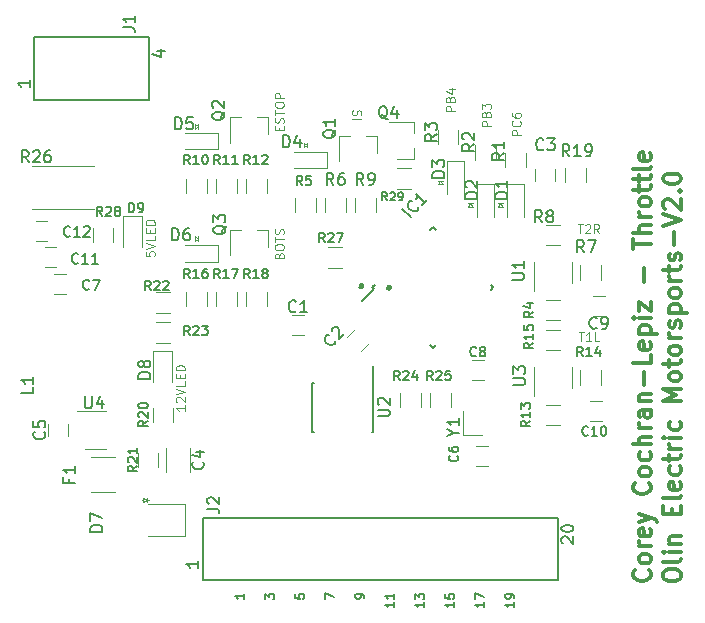
<source format=gbr>
G04 #@! TF.FileFunction,Legend,Top*
%FSLAX46Y46*%
G04 Gerber Fmt 4.6, Leading zero omitted, Abs format (unit mm)*
G04 Created by KiCad (PCBNEW 4.0.7-e2-6376~58~ubuntu16.04.1) date Sun Feb 11 11:03:39 2018*
%MOMM*%
%LPD*%
G01*
G04 APERTURE LIST*
%ADD10C,0.100000*%
%ADD11C,0.175000*%
%ADD12C,0.300000*%
%ADD13C,0.120000*%
%ADD14C,0.500000*%
%ADD15C,0.150000*%
G04 APERTURE END LIST*
D10*
X139531286Y-55030572D02*
X138781286Y-55030572D01*
X138781286Y-54744857D01*
X138817000Y-54673429D01*
X138852714Y-54637714D01*
X138924143Y-54602000D01*
X139031286Y-54602000D01*
X139102714Y-54637714D01*
X139138429Y-54673429D01*
X139174143Y-54744857D01*
X139174143Y-55030572D01*
X139459857Y-53852000D02*
X139495571Y-53887714D01*
X139531286Y-53994857D01*
X139531286Y-54066286D01*
X139495571Y-54173429D01*
X139424143Y-54244857D01*
X139352714Y-54280572D01*
X139209857Y-54316286D01*
X139102714Y-54316286D01*
X138959857Y-54280572D01*
X138888429Y-54244857D01*
X138817000Y-54173429D01*
X138781286Y-54066286D01*
X138781286Y-53994857D01*
X138817000Y-53887714D01*
X138852714Y-53852000D01*
X138781286Y-53209143D02*
X138781286Y-53352000D01*
X138817000Y-53423429D01*
X138852714Y-53459143D01*
X138959857Y-53530572D01*
X139102714Y-53566286D01*
X139388429Y-53566286D01*
X139459857Y-53530572D01*
X139495571Y-53494857D01*
X139531286Y-53423429D01*
X139531286Y-53280572D01*
X139495571Y-53209143D01*
X139459857Y-53173429D01*
X139388429Y-53137714D01*
X139209857Y-53137714D01*
X139138429Y-53173429D01*
X139102714Y-53209143D01*
X139067000Y-53280572D01*
X139067000Y-53423429D01*
X139102714Y-53494857D01*
X139138429Y-53530572D01*
X139209857Y-53566286D01*
X136991286Y-54268572D02*
X136241286Y-54268572D01*
X136241286Y-53982857D01*
X136277000Y-53911429D01*
X136312714Y-53875714D01*
X136384143Y-53840000D01*
X136491286Y-53840000D01*
X136562714Y-53875714D01*
X136598429Y-53911429D01*
X136634143Y-53982857D01*
X136634143Y-54268572D01*
X136598429Y-53268572D02*
X136634143Y-53161429D01*
X136669857Y-53125714D01*
X136741286Y-53090000D01*
X136848429Y-53090000D01*
X136919857Y-53125714D01*
X136955571Y-53161429D01*
X136991286Y-53232857D01*
X136991286Y-53518572D01*
X136241286Y-53518572D01*
X136241286Y-53268572D01*
X136277000Y-53197143D01*
X136312714Y-53161429D01*
X136384143Y-53125714D01*
X136455571Y-53125714D01*
X136527000Y-53161429D01*
X136562714Y-53197143D01*
X136598429Y-53268572D01*
X136598429Y-53518572D01*
X136241286Y-52840000D02*
X136241286Y-52375714D01*
X136527000Y-52625714D01*
X136527000Y-52518572D01*
X136562714Y-52447143D01*
X136598429Y-52411429D01*
X136669857Y-52375714D01*
X136848429Y-52375714D01*
X136919857Y-52411429D01*
X136955571Y-52447143D01*
X136991286Y-52518572D01*
X136991286Y-52732857D01*
X136955571Y-52804286D01*
X136919857Y-52840000D01*
X133943286Y-52998572D02*
X133193286Y-52998572D01*
X133193286Y-52712857D01*
X133229000Y-52641429D01*
X133264714Y-52605714D01*
X133336143Y-52570000D01*
X133443286Y-52570000D01*
X133514714Y-52605714D01*
X133550429Y-52641429D01*
X133586143Y-52712857D01*
X133586143Y-52998572D01*
X133550429Y-51998572D02*
X133586143Y-51891429D01*
X133621857Y-51855714D01*
X133693286Y-51820000D01*
X133800429Y-51820000D01*
X133871857Y-51855714D01*
X133907571Y-51891429D01*
X133943286Y-51962857D01*
X133943286Y-52248572D01*
X133193286Y-52248572D01*
X133193286Y-51998572D01*
X133229000Y-51927143D01*
X133264714Y-51891429D01*
X133336143Y-51855714D01*
X133407571Y-51855714D01*
X133479000Y-51891429D01*
X133514714Y-51927143D01*
X133550429Y-51998572D01*
X133550429Y-52248572D01*
X133443286Y-51177143D02*
X133943286Y-51177143D01*
X133157571Y-51355714D02*
X133693286Y-51534286D01*
X133693286Y-51070000D01*
D11*
X116090738Y-93868857D02*
X116090738Y-94297429D01*
X116090738Y-94083143D02*
X115360738Y-94083143D01*
X115465024Y-94154572D01*
X115534548Y-94226000D01*
X115569310Y-94297429D01*
X117900738Y-94333143D02*
X117900738Y-93868857D01*
X118178833Y-94118857D01*
X118178833Y-94011715D01*
X118213595Y-93940286D01*
X118248357Y-93904572D01*
X118317881Y-93868857D01*
X118491690Y-93868857D01*
X118561214Y-93904572D01*
X118595976Y-93940286D01*
X118630738Y-94011715D01*
X118630738Y-94226000D01*
X118595976Y-94297429D01*
X118561214Y-94333143D01*
X120440738Y-93904572D02*
X120440738Y-94261715D01*
X120788357Y-94297429D01*
X120753595Y-94261715D01*
X120718833Y-94190286D01*
X120718833Y-94011715D01*
X120753595Y-93940286D01*
X120788357Y-93904572D01*
X120857881Y-93868857D01*
X121031690Y-93868857D01*
X121101214Y-93904572D01*
X121135976Y-93940286D01*
X121170738Y-94011715D01*
X121170738Y-94190286D01*
X121135976Y-94261715D01*
X121101214Y-94297429D01*
X122980738Y-94333143D02*
X122980738Y-93833143D01*
X123710738Y-94154572D01*
X126250738Y-94226000D02*
X126250738Y-94083143D01*
X126215976Y-94011715D01*
X126181214Y-93976000D01*
X126076929Y-93904572D01*
X125937881Y-93868857D01*
X125659786Y-93868857D01*
X125590262Y-93904572D01*
X125555500Y-93940286D01*
X125520738Y-94011715D01*
X125520738Y-94154572D01*
X125555500Y-94226000D01*
X125590262Y-94261715D01*
X125659786Y-94297429D01*
X125833595Y-94297429D01*
X125903119Y-94261715D01*
X125937881Y-94226000D01*
X125972643Y-94154572D01*
X125972643Y-94011715D01*
X125937881Y-93940286D01*
X125903119Y-93904572D01*
X125833595Y-93868857D01*
X128790738Y-94583143D02*
X128790738Y-95011715D01*
X128790738Y-94797429D02*
X128060738Y-94797429D01*
X128165024Y-94868858D01*
X128234548Y-94940286D01*
X128269310Y-95011715D01*
X128790738Y-93868857D02*
X128790738Y-94297429D01*
X128790738Y-94083143D02*
X128060738Y-94083143D01*
X128165024Y-94154572D01*
X128234548Y-94226000D01*
X128269310Y-94297429D01*
X131330738Y-94583143D02*
X131330738Y-95011715D01*
X131330738Y-94797429D02*
X130600738Y-94797429D01*
X130705024Y-94868858D01*
X130774548Y-94940286D01*
X130809310Y-95011715D01*
X130600738Y-94333143D02*
X130600738Y-93868857D01*
X130878833Y-94118857D01*
X130878833Y-94011715D01*
X130913595Y-93940286D01*
X130948357Y-93904572D01*
X131017881Y-93868857D01*
X131191690Y-93868857D01*
X131261214Y-93904572D01*
X131295976Y-93940286D01*
X131330738Y-94011715D01*
X131330738Y-94226000D01*
X131295976Y-94297429D01*
X131261214Y-94333143D01*
X133870738Y-94583143D02*
X133870738Y-95011715D01*
X133870738Y-94797429D02*
X133140738Y-94797429D01*
X133245024Y-94868858D01*
X133314548Y-94940286D01*
X133349310Y-95011715D01*
X133140738Y-93904572D02*
X133140738Y-94261715D01*
X133488357Y-94297429D01*
X133453595Y-94261715D01*
X133418833Y-94190286D01*
X133418833Y-94011715D01*
X133453595Y-93940286D01*
X133488357Y-93904572D01*
X133557881Y-93868857D01*
X133731690Y-93868857D01*
X133801214Y-93904572D01*
X133835976Y-93940286D01*
X133870738Y-94011715D01*
X133870738Y-94190286D01*
X133835976Y-94261715D01*
X133801214Y-94297429D01*
X136410738Y-94583143D02*
X136410738Y-95011715D01*
X136410738Y-94797429D02*
X135680738Y-94797429D01*
X135785024Y-94868858D01*
X135854548Y-94940286D01*
X135889310Y-95011715D01*
X135680738Y-94333143D02*
X135680738Y-93833143D01*
X136410738Y-94154572D01*
X138950738Y-94583143D02*
X138950738Y-95011715D01*
X138950738Y-94797429D02*
X138220738Y-94797429D01*
X138325024Y-94868858D01*
X138394548Y-94940286D01*
X138429310Y-95011715D01*
X138950738Y-94226000D02*
X138950738Y-94083143D01*
X138915976Y-94011715D01*
X138881214Y-93976000D01*
X138776929Y-93904572D01*
X138637881Y-93868857D01*
X138359786Y-93868857D01*
X138290262Y-93904572D01*
X138255500Y-93940286D01*
X138220738Y-94011715D01*
X138220738Y-94154572D01*
X138255500Y-94226000D01*
X138290262Y-94261715D01*
X138359786Y-94297429D01*
X138533595Y-94297429D01*
X138603119Y-94261715D01*
X138637881Y-94226000D01*
X138672643Y-94154572D01*
X138672643Y-94011715D01*
X138637881Y-93940286D01*
X138603119Y-93904572D01*
X138533595Y-93868857D01*
D10*
X144413000Y-71725286D02*
X144841571Y-71725286D01*
X144627285Y-72475286D02*
X144627285Y-71725286D01*
X145484429Y-72475286D02*
X145055857Y-72475286D01*
X145270143Y-72475286D02*
X145270143Y-71725286D01*
X145198714Y-71832429D01*
X145127286Y-71903857D01*
X145055857Y-71939571D01*
X146163000Y-72475286D02*
X145805857Y-72475286D01*
X145805857Y-71725286D01*
X144341572Y-62581286D02*
X144770143Y-62581286D01*
X144555857Y-63331286D02*
X144555857Y-62581286D01*
X144984429Y-62652714D02*
X145020143Y-62617000D01*
X145091572Y-62581286D01*
X145270143Y-62581286D01*
X145341572Y-62617000D01*
X145377286Y-62652714D01*
X145413001Y-62724143D01*
X145413001Y-62795571D01*
X145377286Y-62902714D01*
X144948715Y-63331286D01*
X145413001Y-63331286D01*
X146163001Y-63331286D02*
X145913001Y-62974143D01*
X145734429Y-63331286D02*
X145734429Y-62581286D01*
X146020144Y-62581286D01*
X146091572Y-62617000D01*
X146127287Y-62652714D01*
X146163001Y-62724143D01*
X146163001Y-62831286D01*
X146127287Y-62902714D01*
X146091572Y-62938429D01*
X146020144Y-62974143D01*
X145734429Y-62974143D01*
X126005786Y-53697143D02*
X125255786Y-53697143D01*
X125970071Y-53375714D02*
X126005786Y-53268571D01*
X126005786Y-53090000D01*
X125970071Y-53018571D01*
X125934357Y-52982857D01*
X125862929Y-52947142D01*
X125791500Y-52947142D01*
X125720071Y-52982857D01*
X125684357Y-53018571D01*
X125648643Y-53090000D01*
X125612929Y-53232857D01*
X125577214Y-53304285D01*
X125541500Y-53340000D01*
X125470071Y-53375714D01*
X125398643Y-53375714D01*
X125327214Y-53340000D01*
X125291500Y-53304285D01*
X125255786Y-53232857D01*
X125255786Y-53054285D01*
X125291500Y-52947142D01*
X119072429Y-54657429D02*
X119072429Y-54407429D01*
X119465286Y-54300286D02*
X119465286Y-54657429D01*
X118715286Y-54657429D01*
X118715286Y-54300286D01*
X119429571Y-54014572D02*
X119465286Y-53907429D01*
X119465286Y-53728858D01*
X119429571Y-53657429D01*
X119393857Y-53621715D01*
X119322429Y-53586000D01*
X119251000Y-53586000D01*
X119179571Y-53621715D01*
X119143857Y-53657429D01*
X119108143Y-53728858D01*
X119072429Y-53871715D01*
X119036714Y-53943143D01*
X119001000Y-53978858D01*
X118929571Y-54014572D01*
X118858143Y-54014572D01*
X118786714Y-53978858D01*
X118751000Y-53943143D01*
X118715286Y-53871715D01*
X118715286Y-53693143D01*
X118751000Y-53586000D01*
X118715286Y-53371714D02*
X118715286Y-52943143D01*
X119465286Y-53157429D02*
X118715286Y-53157429D01*
X118715286Y-52550285D02*
X118715286Y-52407428D01*
X118751000Y-52336000D01*
X118822429Y-52264571D01*
X118965286Y-52228857D01*
X119215286Y-52228857D01*
X119358143Y-52264571D01*
X119429571Y-52336000D01*
X119465286Y-52407428D01*
X119465286Y-52550285D01*
X119429571Y-52621714D01*
X119358143Y-52693143D01*
X119215286Y-52728857D01*
X118965286Y-52728857D01*
X118822429Y-52693143D01*
X118751000Y-52621714D01*
X118715286Y-52550285D01*
X119465286Y-51907429D02*
X118715286Y-51907429D01*
X118715286Y-51621714D01*
X118751000Y-51550286D01*
X118786714Y-51514571D01*
X118858143Y-51478857D01*
X118965286Y-51478857D01*
X119036714Y-51514571D01*
X119072429Y-51550286D01*
X119108143Y-51621714D01*
X119108143Y-51907429D01*
X119072429Y-65244143D02*
X119108143Y-65137000D01*
X119143857Y-65101285D01*
X119215286Y-65065571D01*
X119322429Y-65065571D01*
X119393857Y-65101285D01*
X119429571Y-65137000D01*
X119465286Y-65208428D01*
X119465286Y-65494143D01*
X118715286Y-65494143D01*
X118715286Y-65244143D01*
X118751000Y-65172714D01*
X118786714Y-65137000D01*
X118858143Y-65101285D01*
X118929571Y-65101285D01*
X119001000Y-65137000D01*
X119036714Y-65172714D01*
X119072429Y-65244143D01*
X119072429Y-65494143D01*
X118715286Y-64601285D02*
X118715286Y-64458428D01*
X118751000Y-64387000D01*
X118822429Y-64315571D01*
X118965286Y-64279857D01*
X119215286Y-64279857D01*
X119358143Y-64315571D01*
X119429571Y-64387000D01*
X119465286Y-64458428D01*
X119465286Y-64601285D01*
X119429571Y-64672714D01*
X119358143Y-64744143D01*
X119215286Y-64779857D01*
X118965286Y-64779857D01*
X118822429Y-64744143D01*
X118751000Y-64672714D01*
X118715286Y-64601285D01*
X118715286Y-64065571D02*
X118715286Y-63637000D01*
X119465286Y-63851286D02*
X118715286Y-63851286D01*
X119429571Y-63422714D02*
X119465286Y-63315571D01*
X119465286Y-63137000D01*
X119429571Y-63065571D01*
X119393857Y-63029857D01*
X119322429Y-62994142D01*
X119251000Y-62994142D01*
X119179571Y-63029857D01*
X119143857Y-63065571D01*
X119108143Y-63137000D01*
X119072429Y-63279857D01*
X119036714Y-63351285D01*
X119001000Y-63387000D01*
X118929571Y-63422714D01*
X118858143Y-63422714D01*
X118786714Y-63387000D01*
X118751000Y-63351285D01*
X118715286Y-63279857D01*
X118715286Y-63101285D01*
X118751000Y-62994142D01*
X111083286Y-77936142D02*
X111083286Y-78364714D01*
X111083286Y-78150428D02*
X110333286Y-78150428D01*
X110440429Y-78221857D01*
X110511857Y-78293285D01*
X110547571Y-78364714D01*
X110404714Y-77650428D02*
X110369000Y-77614714D01*
X110333286Y-77543285D01*
X110333286Y-77364714D01*
X110369000Y-77293285D01*
X110404714Y-77257571D01*
X110476143Y-77221856D01*
X110547571Y-77221856D01*
X110654714Y-77257571D01*
X111083286Y-77686142D01*
X111083286Y-77221856D01*
X110333286Y-77007570D02*
X111083286Y-76757570D01*
X110333286Y-76507570D01*
X111083286Y-75900428D02*
X111083286Y-76257571D01*
X110333286Y-76257571D01*
X110690429Y-75650428D02*
X110690429Y-75400428D01*
X111083286Y-75293285D02*
X111083286Y-75650428D01*
X110333286Y-75650428D01*
X110333286Y-75293285D01*
X111083286Y-74971857D02*
X110333286Y-74971857D01*
X110333286Y-74793285D01*
X110369000Y-74686142D01*
X110440429Y-74614714D01*
X110511857Y-74578999D01*
X110654714Y-74543285D01*
X110761857Y-74543285D01*
X110904714Y-74578999D01*
X110976143Y-74614714D01*
X111047571Y-74686142D01*
X111083286Y-74793285D01*
X111083286Y-74971857D01*
X107793286Y-64914714D02*
X107793286Y-65271857D01*
X108150429Y-65307571D01*
X108114714Y-65271857D01*
X108079000Y-65200428D01*
X108079000Y-65021857D01*
X108114714Y-64950428D01*
X108150429Y-64914714D01*
X108221857Y-64878999D01*
X108400429Y-64878999D01*
X108471857Y-64914714D01*
X108507571Y-64950428D01*
X108543286Y-65021857D01*
X108543286Y-65200428D01*
X108507571Y-65271857D01*
X108471857Y-65307571D01*
X107793286Y-64664713D02*
X108543286Y-64414713D01*
X107793286Y-64164713D01*
X108543286Y-63557571D02*
X108543286Y-63914714D01*
X107793286Y-63914714D01*
X108150429Y-63307571D02*
X108150429Y-63057571D01*
X108543286Y-62950428D02*
X108543286Y-63307571D01*
X107793286Y-63307571D01*
X107793286Y-62950428D01*
X108543286Y-62629000D02*
X107793286Y-62629000D01*
X107793286Y-62450428D01*
X107829000Y-62343285D01*
X107900429Y-62271857D01*
X107971857Y-62236142D01*
X108114714Y-62200428D01*
X108221857Y-62200428D01*
X108364714Y-62236142D01*
X108436143Y-62271857D01*
X108507571Y-62343285D01*
X108543286Y-62450428D01*
X108543286Y-62629000D01*
D12*
X150390714Y-91876714D02*
X150462143Y-91948143D01*
X150533571Y-92162429D01*
X150533571Y-92305286D01*
X150462143Y-92519571D01*
X150319286Y-92662429D01*
X150176429Y-92733857D01*
X149890714Y-92805286D01*
X149676429Y-92805286D01*
X149390714Y-92733857D01*
X149247857Y-92662429D01*
X149105000Y-92519571D01*
X149033571Y-92305286D01*
X149033571Y-92162429D01*
X149105000Y-91948143D01*
X149176429Y-91876714D01*
X150533571Y-91019571D02*
X150462143Y-91162429D01*
X150390714Y-91233857D01*
X150247857Y-91305286D01*
X149819286Y-91305286D01*
X149676429Y-91233857D01*
X149605000Y-91162429D01*
X149533571Y-91019571D01*
X149533571Y-90805286D01*
X149605000Y-90662429D01*
X149676429Y-90591000D01*
X149819286Y-90519571D01*
X150247857Y-90519571D01*
X150390714Y-90591000D01*
X150462143Y-90662429D01*
X150533571Y-90805286D01*
X150533571Y-91019571D01*
X150533571Y-89876714D02*
X149533571Y-89876714D01*
X149819286Y-89876714D02*
X149676429Y-89805286D01*
X149605000Y-89733857D01*
X149533571Y-89591000D01*
X149533571Y-89448143D01*
X150462143Y-88376715D02*
X150533571Y-88519572D01*
X150533571Y-88805286D01*
X150462143Y-88948143D01*
X150319286Y-89019572D01*
X149747857Y-89019572D01*
X149605000Y-88948143D01*
X149533571Y-88805286D01*
X149533571Y-88519572D01*
X149605000Y-88376715D01*
X149747857Y-88305286D01*
X149890714Y-88305286D01*
X150033571Y-89019572D01*
X149533571Y-87805286D02*
X150533571Y-87448143D01*
X149533571Y-87091001D02*
X150533571Y-87448143D01*
X150890714Y-87591001D01*
X150962143Y-87662429D01*
X151033571Y-87805286D01*
X150390714Y-84519572D02*
X150462143Y-84591001D01*
X150533571Y-84805287D01*
X150533571Y-84948144D01*
X150462143Y-85162429D01*
X150319286Y-85305287D01*
X150176429Y-85376715D01*
X149890714Y-85448144D01*
X149676429Y-85448144D01*
X149390714Y-85376715D01*
X149247857Y-85305287D01*
X149105000Y-85162429D01*
X149033571Y-84948144D01*
X149033571Y-84805287D01*
X149105000Y-84591001D01*
X149176429Y-84519572D01*
X150533571Y-83662429D02*
X150462143Y-83805287D01*
X150390714Y-83876715D01*
X150247857Y-83948144D01*
X149819286Y-83948144D01*
X149676429Y-83876715D01*
X149605000Y-83805287D01*
X149533571Y-83662429D01*
X149533571Y-83448144D01*
X149605000Y-83305287D01*
X149676429Y-83233858D01*
X149819286Y-83162429D01*
X150247857Y-83162429D01*
X150390714Y-83233858D01*
X150462143Y-83305287D01*
X150533571Y-83448144D01*
X150533571Y-83662429D01*
X150462143Y-81876715D02*
X150533571Y-82019572D01*
X150533571Y-82305286D01*
X150462143Y-82448144D01*
X150390714Y-82519572D01*
X150247857Y-82591001D01*
X149819286Y-82591001D01*
X149676429Y-82519572D01*
X149605000Y-82448144D01*
X149533571Y-82305286D01*
X149533571Y-82019572D01*
X149605000Y-81876715D01*
X150533571Y-81233858D02*
X149033571Y-81233858D01*
X150533571Y-80591001D02*
X149747857Y-80591001D01*
X149605000Y-80662430D01*
X149533571Y-80805287D01*
X149533571Y-81019572D01*
X149605000Y-81162430D01*
X149676429Y-81233858D01*
X150533571Y-79876715D02*
X149533571Y-79876715D01*
X149819286Y-79876715D02*
X149676429Y-79805287D01*
X149605000Y-79733858D01*
X149533571Y-79591001D01*
X149533571Y-79448144D01*
X150533571Y-78305287D02*
X149747857Y-78305287D01*
X149605000Y-78376716D01*
X149533571Y-78519573D01*
X149533571Y-78805287D01*
X149605000Y-78948144D01*
X150462143Y-78305287D02*
X150533571Y-78448144D01*
X150533571Y-78805287D01*
X150462143Y-78948144D01*
X150319286Y-79019573D01*
X150176429Y-79019573D01*
X150033571Y-78948144D01*
X149962143Y-78805287D01*
X149962143Y-78448144D01*
X149890714Y-78305287D01*
X149533571Y-77591001D02*
X150533571Y-77591001D01*
X149676429Y-77591001D02*
X149605000Y-77519573D01*
X149533571Y-77376715D01*
X149533571Y-77162430D01*
X149605000Y-77019573D01*
X149747857Y-76948144D01*
X150533571Y-76948144D01*
X149962143Y-76233858D02*
X149962143Y-75091001D01*
X150533571Y-73662429D02*
X150533571Y-74376715D01*
X149033571Y-74376715D01*
X150462143Y-72591001D02*
X150533571Y-72733858D01*
X150533571Y-73019572D01*
X150462143Y-73162429D01*
X150319286Y-73233858D01*
X149747857Y-73233858D01*
X149605000Y-73162429D01*
X149533571Y-73019572D01*
X149533571Y-72733858D01*
X149605000Y-72591001D01*
X149747857Y-72519572D01*
X149890714Y-72519572D01*
X150033571Y-73233858D01*
X149533571Y-71876715D02*
X151033571Y-71876715D01*
X149605000Y-71876715D02*
X149533571Y-71733858D01*
X149533571Y-71448144D01*
X149605000Y-71305287D01*
X149676429Y-71233858D01*
X149819286Y-71162429D01*
X150247857Y-71162429D01*
X150390714Y-71233858D01*
X150462143Y-71305287D01*
X150533571Y-71448144D01*
X150533571Y-71733858D01*
X150462143Y-71876715D01*
X150533571Y-70519572D02*
X149533571Y-70519572D01*
X149033571Y-70519572D02*
X149105000Y-70591001D01*
X149176429Y-70519572D01*
X149105000Y-70448144D01*
X149033571Y-70519572D01*
X149176429Y-70519572D01*
X149533571Y-69948143D02*
X149533571Y-69162429D01*
X150533571Y-69948143D01*
X150533571Y-69162429D01*
X149962143Y-67448143D02*
X149962143Y-66305286D01*
X149033571Y-64662429D02*
X149033571Y-63805286D01*
X150533571Y-64233857D02*
X149033571Y-64233857D01*
X150533571Y-63305286D02*
X149033571Y-63305286D01*
X150533571Y-62662429D02*
X149747857Y-62662429D01*
X149605000Y-62733858D01*
X149533571Y-62876715D01*
X149533571Y-63091000D01*
X149605000Y-63233858D01*
X149676429Y-63305286D01*
X150533571Y-61948143D02*
X149533571Y-61948143D01*
X149819286Y-61948143D02*
X149676429Y-61876715D01*
X149605000Y-61805286D01*
X149533571Y-61662429D01*
X149533571Y-61519572D01*
X150533571Y-60805286D02*
X150462143Y-60948144D01*
X150390714Y-61019572D01*
X150247857Y-61091001D01*
X149819286Y-61091001D01*
X149676429Y-61019572D01*
X149605000Y-60948144D01*
X149533571Y-60805286D01*
X149533571Y-60591001D01*
X149605000Y-60448144D01*
X149676429Y-60376715D01*
X149819286Y-60305286D01*
X150247857Y-60305286D01*
X150390714Y-60376715D01*
X150462143Y-60448144D01*
X150533571Y-60591001D01*
X150533571Y-60805286D01*
X149533571Y-59876715D02*
X149533571Y-59305286D01*
X149033571Y-59662429D02*
X150319286Y-59662429D01*
X150462143Y-59591001D01*
X150533571Y-59448143D01*
X150533571Y-59305286D01*
X149533571Y-59019572D02*
X149533571Y-58448143D01*
X149033571Y-58805286D02*
X150319286Y-58805286D01*
X150462143Y-58733858D01*
X150533571Y-58591000D01*
X150533571Y-58448143D01*
X150533571Y-57733857D02*
X150462143Y-57876715D01*
X150319286Y-57948143D01*
X149033571Y-57948143D01*
X150462143Y-56591001D02*
X150533571Y-56733858D01*
X150533571Y-57019572D01*
X150462143Y-57162429D01*
X150319286Y-57233858D01*
X149747857Y-57233858D01*
X149605000Y-57162429D01*
X149533571Y-57019572D01*
X149533571Y-56733858D01*
X149605000Y-56591001D01*
X149747857Y-56519572D01*
X149890714Y-56519572D01*
X150033571Y-57233858D01*
X151583571Y-92448143D02*
X151583571Y-92162429D01*
X151655000Y-92019571D01*
X151797857Y-91876714D01*
X152083571Y-91805286D01*
X152583571Y-91805286D01*
X152869286Y-91876714D01*
X153012143Y-92019571D01*
X153083571Y-92162429D01*
X153083571Y-92448143D01*
X153012143Y-92591000D01*
X152869286Y-92733857D01*
X152583571Y-92805286D01*
X152083571Y-92805286D01*
X151797857Y-92733857D01*
X151655000Y-92591000D01*
X151583571Y-92448143D01*
X153083571Y-90948142D02*
X153012143Y-91091000D01*
X152869286Y-91162428D01*
X151583571Y-91162428D01*
X153083571Y-90376714D02*
X152083571Y-90376714D01*
X151583571Y-90376714D02*
X151655000Y-90448143D01*
X151726429Y-90376714D01*
X151655000Y-90305286D01*
X151583571Y-90376714D01*
X151726429Y-90376714D01*
X152083571Y-89662428D02*
X153083571Y-89662428D01*
X152226429Y-89662428D02*
X152155000Y-89591000D01*
X152083571Y-89448142D01*
X152083571Y-89233857D01*
X152155000Y-89091000D01*
X152297857Y-89019571D01*
X153083571Y-89019571D01*
X152297857Y-87162428D02*
X152297857Y-86662428D01*
X153083571Y-86448142D02*
X153083571Y-87162428D01*
X151583571Y-87162428D01*
X151583571Y-86448142D01*
X153083571Y-85590999D02*
X153012143Y-85733857D01*
X152869286Y-85805285D01*
X151583571Y-85805285D01*
X153012143Y-84448143D02*
X153083571Y-84591000D01*
X153083571Y-84876714D01*
X153012143Y-85019571D01*
X152869286Y-85091000D01*
X152297857Y-85091000D01*
X152155000Y-85019571D01*
X152083571Y-84876714D01*
X152083571Y-84591000D01*
X152155000Y-84448143D01*
X152297857Y-84376714D01*
X152440714Y-84376714D01*
X152583571Y-85091000D01*
X153012143Y-83091000D02*
X153083571Y-83233857D01*
X153083571Y-83519571D01*
X153012143Y-83662429D01*
X152940714Y-83733857D01*
X152797857Y-83805286D01*
X152369286Y-83805286D01*
X152226429Y-83733857D01*
X152155000Y-83662429D01*
X152083571Y-83519571D01*
X152083571Y-83233857D01*
X152155000Y-83091000D01*
X152083571Y-82662429D02*
X152083571Y-82091000D01*
X151583571Y-82448143D02*
X152869286Y-82448143D01*
X153012143Y-82376715D01*
X153083571Y-82233857D01*
X153083571Y-82091000D01*
X153083571Y-81591000D02*
X152083571Y-81591000D01*
X152369286Y-81591000D02*
X152226429Y-81519572D01*
X152155000Y-81448143D01*
X152083571Y-81305286D01*
X152083571Y-81162429D01*
X153083571Y-80662429D02*
X152083571Y-80662429D01*
X151583571Y-80662429D02*
X151655000Y-80733858D01*
X151726429Y-80662429D01*
X151655000Y-80591001D01*
X151583571Y-80662429D01*
X151726429Y-80662429D01*
X153012143Y-79305286D02*
X153083571Y-79448143D01*
X153083571Y-79733857D01*
X153012143Y-79876715D01*
X152940714Y-79948143D01*
X152797857Y-80019572D01*
X152369286Y-80019572D01*
X152226429Y-79948143D01*
X152155000Y-79876715D01*
X152083571Y-79733857D01*
X152083571Y-79448143D01*
X152155000Y-79305286D01*
X153083571Y-77519572D02*
X151583571Y-77519572D01*
X152655000Y-77019572D01*
X151583571Y-76519572D01*
X153083571Y-76519572D01*
X153083571Y-75591000D02*
X153012143Y-75733858D01*
X152940714Y-75805286D01*
X152797857Y-75876715D01*
X152369286Y-75876715D01*
X152226429Y-75805286D01*
X152155000Y-75733858D01*
X152083571Y-75591000D01*
X152083571Y-75376715D01*
X152155000Y-75233858D01*
X152226429Y-75162429D01*
X152369286Y-75091000D01*
X152797857Y-75091000D01*
X152940714Y-75162429D01*
X153012143Y-75233858D01*
X153083571Y-75376715D01*
X153083571Y-75591000D01*
X152083571Y-74662429D02*
X152083571Y-74091000D01*
X151583571Y-74448143D02*
X152869286Y-74448143D01*
X153012143Y-74376715D01*
X153083571Y-74233857D01*
X153083571Y-74091000D01*
X153083571Y-73376714D02*
X153012143Y-73519572D01*
X152940714Y-73591000D01*
X152797857Y-73662429D01*
X152369286Y-73662429D01*
X152226429Y-73591000D01*
X152155000Y-73519572D01*
X152083571Y-73376714D01*
X152083571Y-73162429D01*
X152155000Y-73019572D01*
X152226429Y-72948143D01*
X152369286Y-72876714D01*
X152797857Y-72876714D01*
X152940714Y-72948143D01*
X153012143Y-73019572D01*
X153083571Y-73162429D01*
X153083571Y-73376714D01*
X153083571Y-72233857D02*
X152083571Y-72233857D01*
X152369286Y-72233857D02*
X152226429Y-72162429D01*
X152155000Y-72091000D01*
X152083571Y-71948143D01*
X152083571Y-71805286D01*
X153012143Y-71376715D02*
X153083571Y-71233858D01*
X153083571Y-70948143D01*
X153012143Y-70805286D01*
X152869286Y-70733858D01*
X152797857Y-70733858D01*
X152655000Y-70805286D01*
X152583571Y-70948143D01*
X152583571Y-71162429D01*
X152512143Y-71305286D01*
X152369286Y-71376715D01*
X152297857Y-71376715D01*
X152155000Y-71305286D01*
X152083571Y-71162429D01*
X152083571Y-70948143D01*
X152155000Y-70805286D01*
X152083571Y-70091000D02*
X153583571Y-70091000D01*
X152155000Y-70091000D02*
X152083571Y-69948143D01*
X152083571Y-69662429D01*
X152155000Y-69519572D01*
X152226429Y-69448143D01*
X152369286Y-69376714D01*
X152797857Y-69376714D01*
X152940714Y-69448143D01*
X153012143Y-69519572D01*
X153083571Y-69662429D01*
X153083571Y-69948143D01*
X153012143Y-70091000D01*
X153083571Y-68519571D02*
X153012143Y-68662429D01*
X152940714Y-68733857D01*
X152797857Y-68805286D01*
X152369286Y-68805286D01*
X152226429Y-68733857D01*
X152155000Y-68662429D01*
X152083571Y-68519571D01*
X152083571Y-68305286D01*
X152155000Y-68162429D01*
X152226429Y-68091000D01*
X152369286Y-68019571D01*
X152797857Y-68019571D01*
X152940714Y-68091000D01*
X153012143Y-68162429D01*
X153083571Y-68305286D01*
X153083571Y-68519571D01*
X153083571Y-67376714D02*
X152083571Y-67376714D01*
X152369286Y-67376714D02*
X152226429Y-67305286D01*
X152155000Y-67233857D01*
X152083571Y-67091000D01*
X152083571Y-66948143D01*
X152083571Y-66662429D02*
X152083571Y-66091000D01*
X151583571Y-66448143D02*
X152869286Y-66448143D01*
X153012143Y-66376715D01*
X153083571Y-66233857D01*
X153083571Y-66091000D01*
X153012143Y-65662429D02*
X153083571Y-65519572D01*
X153083571Y-65233857D01*
X153012143Y-65091000D01*
X152869286Y-65019572D01*
X152797857Y-65019572D01*
X152655000Y-65091000D01*
X152583571Y-65233857D01*
X152583571Y-65448143D01*
X152512143Y-65591000D01*
X152369286Y-65662429D01*
X152297857Y-65662429D01*
X152155000Y-65591000D01*
X152083571Y-65448143D01*
X152083571Y-65233857D01*
X152155000Y-65091000D01*
X152512143Y-64376714D02*
X152512143Y-63233857D01*
X151583571Y-62733857D02*
X153083571Y-62233857D01*
X151583571Y-61733857D01*
X151726429Y-61305286D02*
X151655000Y-61233857D01*
X151583571Y-61091000D01*
X151583571Y-60733857D01*
X151655000Y-60591000D01*
X151726429Y-60519571D01*
X151869286Y-60448143D01*
X152012143Y-60448143D01*
X152226429Y-60519571D01*
X153083571Y-61376714D01*
X153083571Y-60448143D01*
X152940714Y-59805286D02*
X153012143Y-59733858D01*
X153083571Y-59805286D01*
X153012143Y-59876715D01*
X152940714Y-59805286D01*
X153083571Y-59805286D01*
X151583571Y-58805286D02*
X151583571Y-58662429D01*
X151655000Y-58519572D01*
X151726429Y-58448143D01*
X151869286Y-58376714D01*
X152155000Y-58305286D01*
X152512143Y-58305286D01*
X152797857Y-58376714D01*
X152940714Y-58448143D01*
X153012143Y-58519572D01*
X153083571Y-58662429D01*
X153083571Y-58805286D01*
X153012143Y-58948143D01*
X152940714Y-59019572D01*
X152797857Y-59091000D01*
X152512143Y-59162429D01*
X152155000Y-59162429D01*
X151869286Y-59091000D01*
X151726429Y-59019572D01*
X151655000Y-58948143D01*
X151583571Y-58805286D01*
D13*
X145359500Y-79272500D02*
X146359500Y-79272500D01*
X146359500Y-77572500D02*
X145359500Y-77572500D01*
X139765000Y-59160000D02*
X138365000Y-59160000D01*
D10*
X137995000Y-60814000D02*
X137595000Y-60814000D01*
X137795000Y-60814000D02*
X137995000Y-61114000D01*
X137595000Y-61114000D02*
X137795000Y-60814000D01*
X137995000Y-61114000D02*
X137595000Y-61114000D01*
D13*
X138365000Y-59160000D02*
X138365000Y-61960000D01*
X139765000Y-59160000D02*
X139765000Y-61960000D01*
X137225000Y-59160000D02*
X135825000Y-59160000D01*
D10*
X135455000Y-60814000D02*
X135055000Y-60814000D01*
X135255000Y-60814000D02*
X135455000Y-61114000D01*
X135055000Y-61114000D02*
X135255000Y-60814000D01*
X135455000Y-61114000D02*
X135055000Y-61114000D01*
D13*
X135825000Y-59160000D02*
X135825000Y-61960000D01*
X137225000Y-59160000D02*
X137225000Y-61960000D01*
X134685000Y-57255000D02*
X133285000Y-57255000D01*
D10*
X132915000Y-58909000D02*
X132515000Y-58909000D01*
X132715000Y-58909000D02*
X132915000Y-59209000D01*
X132515000Y-59209000D02*
X132715000Y-58909000D01*
X132915000Y-59209000D02*
X132515000Y-59209000D01*
D13*
X133285000Y-57255000D02*
X133285000Y-60055000D01*
X134685000Y-57255000D02*
X134685000Y-60055000D01*
X139945000Y-56550000D02*
X139945000Y-57750000D01*
X138185000Y-57750000D02*
X138185000Y-56550000D01*
X137405000Y-55915000D02*
X137405000Y-57115000D01*
X135645000Y-57115000D02*
X135645000Y-55915000D01*
X134230000Y-54581500D02*
X134230000Y-55781500D01*
X132470000Y-55781500D02*
X132470000Y-54581500D01*
X120150000Y-71970000D02*
X121150000Y-71970000D01*
X121150000Y-70270000D02*
X120150000Y-70270000D01*
X125977487Y-73344594D02*
X126684594Y-72637487D01*
X125482513Y-71435406D02*
X124775406Y-72142513D01*
X140755000Y-57920000D02*
X140755000Y-58920000D01*
X142455000Y-58920000D02*
X142455000Y-57920000D01*
X111510000Y-83550000D02*
X111510000Y-81550000D01*
X109470000Y-81550000D02*
X109470000Y-83550000D01*
X101180000Y-80510000D02*
X101180000Y-79510000D01*
X99480000Y-79510000D02*
X99480000Y-80510000D01*
X135707500Y-83082500D02*
X136707500Y-83082500D01*
X136707500Y-81382500D02*
X135707500Y-81382500D01*
X101020500Y-66777500D02*
X100020500Y-66777500D01*
X100020500Y-68477500D02*
X101020500Y-68477500D01*
X136390000Y-74080000D02*
X135390000Y-74080000D01*
X135390000Y-75780000D02*
X136390000Y-75780000D01*
X123085000Y-57850000D02*
X123085000Y-56450000D01*
D10*
X121431000Y-56080000D02*
X121431000Y-55680000D01*
X121431000Y-55880000D02*
X121131000Y-56080000D01*
X121131000Y-55680000D02*
X121431000Y-55880000D01*
X121131000Y-56080000D02*
X121131000Y-55680000D01*
D13*
X123085000Y-56450000D02*
X120285000Y-56450000D01*
X123085000Y-57850000D02*
X120285000Y-57850000D01*
X113877500Y-56262500D02*
X113877500Y-54862500D01*
D10*
X112223500Y-54492500D02*
X112223500Y-54092500D01*
X112223500Y-54292500D02*
X111923500Y-54492500D01*
X111923500Y-54092500D02*
X112223500Y-54292500D01*
X111923500Y-54492500D02*
X111923500Y-54092500D01*
D13*
X113877500Y-54862500D02*
X111077500Y-54862500D01*
X113877500Y-56262500D02*
X111077500Y-56262500D01*
X113877500Y-65787500D02*
X113877500Y-64387500D01*
D10*
X112223500Y-64017500D02*
X112223500Y-63617500D01*
X112223500Y-63817500D02*
X111923500Y-64017500D01*
X111923500Y-63617500D02*
X112223500Y-63817500D01*
X111923500Y-64017500D02*
X111923500Y-63617500D01*
D13*
X113877500Y-64387500D02*
X111077500Y-64387500D01*
X113877500Y-65787500D02*
X111077500Y-65787500D01*
X111125000Y-88963500D02*
X111125000Y-86296500D01*
D10*
X107566000Y-85934000D02*
X107416000Y-85934000D01*
X107566000Y-86134000D02*
X107866000Y-85934000D01*
X107566000Y-85734000D02*
X107566000Y-86134000D01*
X107866000Y-85934000D02*
X107566000Y-85734000D01*
X107866000Y-85934000D02*
X108016000Y-85934000D01*
X107866000Y-85734000D02*
X107866000Y-86134000D01*
D13*
X111125000Y-86296500D02*
X107950000Y-86296500D01*
X111125000Y-88963500D02*
X107950000Y-88963500D01*
X110020000Y-73330000D02*
X108420000Y-73330000D01*
X108420000Y-73330000D02*
X108420000Y-75930000D01*
X110020000Y-73330000D02*
X110020000Y-75930000D01*
X107480000Y-61900000D02*
X105880000Y-61900000D01*
X105880000Y-61900000D02*
X105880000Y-64500000D01*
X107480000Y-61900000D02*
X107480000Y-64500000D01*
X103140000Y-82340000D02*
X105140000Y-82340000D01*
X105140000Y-85300000D02*
X103140000Y-85300000D01*
X142840000Y-70730000D02*
X141640000Y-70730000D01*
X141640000Y-68970000D02*
X142840000Y-68970000D01*
X122165000Y-60360000D02*
X122165000Y-61560000D01*
X120405000Y-61560000D02*
X120405000Y-60360000D01*
X122945000Y-61560000D02*
X122945000Y-60360000D01*
X124705000Y-60360000D02*
X124705000Y-61560000D01*
X146295000Y-66075000D02*
X146295000Y-67275000D01*
X144535000Y-67275000D02*
X144535000Y-66075000D01*
X141640000Y-62620000D02*
X142840000Y-62620000D01*
X142840000Y-64380000D02*
X141640000Y-64380000D01*
X127245000Y-60360000D02*
X127245000Y-61560000D01*
X125485000Y-61560000D02*
X125485000Y-60360000D01*
X112957500Y-58772500D02*
X112957500Y-59972500D01*
X111197500Y-59972500D02*
X111197500Y-58772500D01*
X113737500Y-59972500D02*
X113737500Y-58772500D01*
X115497500Y-58772500D02*
X115497500Y-59972500D01*
X118037500Y-58772500D02*
X118037500Y-59972500D01*
X116277500Y-59972500D02*
X116277500Y-58772500D01*
X142840000Y-79620000D02*
X141640000Y-79620000D01*
X141640000Y-77860000D02*
X142840000Y-77860000D01*
X146295000Y-74965000D02*
X146295000Y-76165000D01*
X144535000Y-76165000D02*
X144535000Y-74965000D01*
X141640000Y-71510000D02*
X142840000Y-71510000D01*
X142840000Y-73270000D02*
X141640000Y-73270000D01*
X112957500Y-68297500D02*
X112957500Y-69497500D01*
X111197500Y-69497500D02*
X111197500Y-68297500D01*
X113737500Y-69497500D02*
X113737500Y-68297500D01*
X115497500Y-68297500D02*
X115497500Y-69497500D01*
X118037500Y-68297500D02*
X118037500Y-69497500D01*
X116277500Y-69497500D02*
X116277500Y-68297500D01*
X143265000Y-59020000D02*
X143265000Y-57820000D01*
X145025000Y-57820000D02*
X145025000Y-59020000D01*
X110100000Y-78140000D02*
X110100000Y-79340000D01*
X108340000Y-79340000D02*
X108340000Y-78140000D01*
X108830000Y-81950000D02*
X108830000Y-83150000D01*
X107070000Y-83150000D02*
X107070000Y-81950000D01*
X108620000Y-68335000D02*
X109820000Y-68335000D01*
X109820000Y-70095000D02*
X108620000Y-70095000D01*
X108620000Y-70875000D02*
X109820000Y-70875000D01*
X109820000Y-72635000D02*
X108620000Y-72635000D01*
X131055000Y-76870000D02*
X131055000Y-78070000D01*
X129295000Y-78070000D02*
X129295000Y-76870000D01*
X133595000Y-76870000D02*
X133595000Y-78070000D01*
X131835000Y-78070000D02*
X131835000Y-76870000D01*
X98174500Y-57679500D02*
X103374500Y-57679500D01*
X103374500Y-61319500D02*
X98174500Y-61319500D01*
X124425000Y-66285000D02*
X123225000Y-66285000D01*
X123225000Y-64525000D02*
X124425000Y-64525000D01*
X103260000Y-64100000D02*
X103260000Y-62900000D01*
X105020000Y-62900000D02*
X105020000Y-64100000D01*
X143850000Y-67575000D02*
X143850000Y-65775000D01*
X140630000Y-65775000D02*
X140630000Y-68225000D01*
X143850000Y-76465000D02*
X143850000Y-74665000D01*
X140630000Y-74665000D02*
X140630000Y-77115000D01*
X102605000Y-81620000D02*
X104405000Y-81620000D01*
X104405000Y-78400000D02*
X101955000Y-78400000D01*
D10*
X134607500Y-80422500D02*
X134607500Y-78422500D01*
X134607500Y-80422500D02*
X136207500Y-80422500D01*
D14*
X128377054Y-67962961D02*
G75*
G03X128377054Y-67962961I-50801J0D01*
G01*
X126042186Y-67819276D02*
G75*
G03X126042186Y-67819276I-50800J0D01*
G01*
D15*
X126953476Y-67945000D02*
X127112575Y-68104099D01*
X132080000Y-62818476D02*
X132309810Y-63048286D01*
X137206524Y-67945000D02*
X136976714Y-67715190D01*
X132080000Y-73071524D02*
X131850190Y-72841714D01*
X126953476Y-67945000D02*
X127183286Y-67715190D01*
X132080000Y-73071524D02*
X132309810Y-72841714D01*
X137206524Y-67945000D02*
X136976714Y-68174810D01*
X132080000Y-62818476D02*
X131850190Y-63048286D01*
X127112575Y-68104099D02*
X126104948Y-69111726D01*
X127035000Y-76030000D02*
X126985000Y-76030000D01*
X127035000Y-80180000D02*
X126890000Y-80180000D01*
X121885000Y-80180000D02*
X122030000Y-80180000D01*
X121885000Y-76030000D02*
X122030000Y-76030000D01*
X127035000Y-76030000D02*
X127035000Y-80180000D01*
X121885000Y-76030000D02*
X121885000Y-80180000D01*
X126985000Y-76030000D02*
X126985000Y-74630000D01*
D13*
X127310000Y-55120000D02*
X126380000Y-55120000D01*
X124150000Y-55120000D02*
X125080000Y-55120000D01*
X124150000Y-55120000D02*
X124150000Y-57280000D01*
X127310000Y-55120000D02*
X127310000Y-56580000D01*
X118102500Y-53532500D02*
X117172500Y-53532500D01*
X114942500Y-53532500D02*
X115872500Y-53532500D01*
X114942500Y-53532500D02*
X114942500Y-55692500D01*
X118102500Y-53532500D02*
X118102500Y-54992500D01*
X118102500Y-63057500D02*
X117172500Y-63057500D01*
X114942500Y-63057500D02*
X115872500Y-63057500D01*
X114942500Y-63057500D02*
X114942500Y-65217500D01*
X118102500Y-63057500D02*
X118102500Y-64517500D01*
D15*
X142640000Y-92756500D02*
X142640000Y-87456500D01*
X112630000Y-92756500D02*
X112630000Y-87456500D01*
X142640000Y-92756500D02*
X112630000Y-92756500D01*
X142640000Y-87456500D02*
X112630000Y-87456500D01*
X108032500Y-52053000D02*
X108032500Y-46753000D01*
X98342500Y-52053000D02*
X98342500Y-46753000D01*
X108032500Y-52053000D02*
X98342500Y-52053000D01*
X108032500Y-46753000D02*
X98342500Y-46753000D01*
D13*
X145613500Y-70382500D02*
X146613500Y-70382500D01*
X146613500Y-68682500D02*
X145613500Y-68682500D01*
X100195000Y-64491500D02*
X99195000Y-64491500D01*
X99195000Y-66191500D02*
X100195000Y-66191500D01*
X99433000Y-62332500D02*
X98433000Y-62332500D01*
X98433000Y-64032500D02*
X99433000Y-64032500D01*
X130483571Y-57083939D02*
X130483571Y-56153939D01*
X130483571Y-53923939D02*
X130483571Y-54853939D01*
X130483571Y-53923939D02*
X128323571Y-53923939D01*
X130483571Y-57083939D02*
X129023571Y-57083939D01*
X129003500Y-57857500D02*
X130203500Y-57857500D01*
X130203500Y-59617500D02*
X129003500Y-59617500D01*
D15*
X145218214Y-80422714D02*
X145180119Y-80460810D01*
X145065833Y-80498905D01*
X144989643Y-80498905D01*
X144875357Y-80460810D01*
X144799166Y-80384619D01*
X144761071Y-80308429D01*
X144722976Y-80156048D01*
X144722976Y-80041762D01*
X144761071Y-79889381D01*
X144799166Y-79813190D01*
X144875357Y-79737000D01*
X144989643Y-79698905D01*
X145065833Y-79698905D01*
X145180119Y-79737000D01*
X145218214Y-79775095D01*
X145980119Y-80498905D02*
X145522976Y-80498905D01*
X145751547Y-80498905D02*
X145751547Y-79698905D01*
X145675357Y-79813190D01*
X145599166Y-79889381D01*
X145522976Y-79927476D01*
X146475357Y-79698905D02*
X146551548Y-79698905D01*
X146627738Y-79737000D01*
X146665833Y-79775095D01*
X146703929Y-79851286D01*
X146742024Y-80003667D01*
X146742024Y-80194143D01*
X146703929Y-80346524D01*
X146665833Y-80422714D01*
X146627738Y-80460810D01*
X146551548Y-80498905D01*
X146475357Y-80498905D01*
X146399167Y-80460810D01*
X146361071Y-80422714D01*
X146322976Y-80346524D01*
X146284881Y-80194143D01*
X146284881Y-80003667D01*
X146322976Y-79851286D01*
X146361071Y-79775095D01*
X146399167Y-79737000D01*
X146475357Y-79698905D01*
X138374381Y-60428095D02*
X137374381Y-60428095D01*
X137374381Y-60190000D01*
X137422000Y-60047142D01*
X137517238Y-59951904D01*
X137612476Y-59904285D01*
X137802952Y-59856666D01*
X137945810Y-59856666D01*
X138136286Y-59904285D01*
X138231524Y-59951904D01*
X138326762Y-60047142D01*
X138374381Y-60190000D01*
X138374381Y-60428095D01*
X138374381Y-58904285D02*
X138374381Y-59475714D01*
X138374381Y-59190000D02*
X137374381Y-59190000D01*
X137517238Y-59285238D01*
X137612476Y-59380476D01*
X137660095Y-59475714D01*
X135834381Y-60428095D02*
X134834381Y-60428095D01*
X134834381Y-60190000D01*
X134882000Y-60047142D01*
X134977238Y-59951904D01*
X135072476Y-59904285D01*
X135262952Y-59856666D01*
X135405810Y-59856666D01*
X135596286Y-59904285D01*
X135691524Y-59951904D01*
X135786762Y-60047142D01*
X135834381Y-60190000D01*
X135834381Y-60428095D01*
X134929619Y-59475714D02*
X134882000Y-59428095D01*
X134834381Y-59332857D01*
X134834381Y-59094761D01*
X134882000Y-58999523D01*
X134929619Y-58951904D01*
X135024857Y-58904285D01*
X135120095Y-58904285D01*
X135262952Y-58951904D01*
X135834381Y-59523333D01*
X135834381Y-58904285D01*
X133040381Y-58650095D02*
X132040381Y-58650095D01*
X132040381Y-58412000D01*
X132088000Y-58269142D01*
X132183238Y-58173904D01*
X132278476Y-58126285D01*
X132468952Y-58078666D01*
X132611810Y-58078666D01*
X132802286Y-58126285D01*
X132897524Y-58173904D01*
X132992762Y-58269142D01*
X133040381Y-58412000D01*
X133040381Y-58650095D01*
X132040381Y-57745333D02*
X132040381Y-57126285D01*
X132421333Y-57459619D01*
X132421333Y-57316761D01*
X132468952Y-57221523D01*
X132516571Y-57173904D01*
X132611810Y-57126285D01*
X132849905Y-57126285D01*
X132945143Y-57173904D01*
X132992762Y-57221523D01*
X133040381Y-57316761D01*
X133040381Y-57602476D01*
X132992762Y-57697714D01*
X132945143Y-57745333D01*
X138120381Y-56554666D02*
X137644190Y-56888000D01*
X138120381Y-57126095D02*
X137120381Y-57126095D01*
X137120381Y-56745142D01*
X137168000Y-56649904D01*
X137215619Y-56602285D01*
X137310857Y-56554666D01*
X137453714Y-56554666D01*
X137548952Y-56602285D01*
X137596571Y-56649904D01*
X137644190Y-56745142D01*
X137644190Y-57126095D01*
X138120381Y-55602285D02*
X138120381Y-56173714D01*
X138120381Y-55888000D02*
X137120381Y-55888000D01*
X137263238Y-55983238D01*
X137358476Y-56078476D01*
X137406095Y-56173714D01*
X135580381Y-55792666D02*
X135104190Y-56126000D01*
X135580381Y-56364095D02*
X134580381Y-56364095D01*
X134580381Y-55983142D01*
X134628000Y-55887904D01*
X134675619Y-55840285D01*
X134770857Y-55792666D01*
X134913714Y-55792666D01*
X135008952Y-55840285D01*
X135056571Y-55887904D01*
X135104190Y-55983142D01*
X135104190Y-56364095D01*
X134675619Y-55411714D02*
X134628000Y-55364095D01*
X134580381Y-55268857D01*
X134580381Y-55030761D01*
X134628000Y-54935523D01*
X134675619Y-54887904D01*
X134770857Y-54840285D01*
X134866095Y-54840285D01*
X135008952Y-54887904D01*
X135580381Y-55459333D01*
X135580381Y-54840285D01*
X132405381Y-54967166D02*
X131929190Y-55300500D01*
X132405381Y-55538595D02*
X131405381Y-55538595D01*
X131405381Y-55157642D01*
X131453000Y-55062404D01*
X131500619Y-55014785D01*
X131595857Y-54967166D01*
X131738714Y-54967166D01*
X131833952Y-55014785D01*
X131881571Y-55062404D01*
X131929190Y-55157642D01*
X131929190Y-55538595D01*
X131405381Y-54633833D02*
X131405381Y-54014785D01*
X131786333Y-54348119D01*
X131786333Y-54205261D01*
X131833952Y-54110023D01*
X131881571Y-54062404D01*
X131976810Y-54014785D01*
X132214905Y-54014785D01*
X132310143Y-54062404D01*
X132357762Y-54110023D01*
X132405381Y-54205261D01*
X132405381Y-54490976D01*
X132357762Y-54586214D01*
X132310143Y-54633833D01*
X120483334Y-69953143D02*
X120435715Y-70000762D01*
X120292858Y-70048381D01*
X120197620Y-70048381D01*
X120054762Y-70000762D01*
X119959524Y-69905524D01*
X119911905Y-69810286D01*
X119864286Y-69619810D01*
X119864286Y-69476952D01*
X119911905Y-69286476D01*
X119959524Y-69191238D01*
X120054762Y-69096000D01*
X120197620Y-69048381D01*
X120292858Y-69048381D01*
X120435715Y-69096000D01*
X120483334Y-69143619D01*
X121435715Y-70048381D02*
X120864286Y-70048381D01*
X121150000Y-70048381D02*
X121150000Y-69048381D01*
X121054762Y-69191238D01*
X120959524Y-69286476D01*
X120864286Y-69334095D01*
X123832688Y-72506389D02*
X123832688Y-72573732D01*
X123765344Y-72708419D01*
X123698001Y-72775763D01*
X123563313Y-72843107D01*
X123428626Y-72843107D01*
X123327611Y-72809435D01*
X123159253Y-72708420D01*
X123058237Y-72607404D01*
X122957222Y-72439045D01*
X122923550Y-72338030D01*
X122923550Y-72203343D01*
X122990894Y-72068656D01*
X123058237Y-72001312D01*
X123192924Y-71933969D01*
X123260268Y-71933969D01*
X123529641Y-71664595D02*
X123529641Y-71597252D01*
X123563313Y-71496237D01*
X123731672Y-71327877D01*
X123832688Y-71294206D01*
X123900031Y-71294206D01*
X124001046Y-71327877D01*
X124068390Y-71395221D01*
X124135733Y-71529908D01*
X124135733Y-72338030D01*
X124573466Y-71900297D01*
X141438334Y-56237143D02*
X141390715Y-56284762D01*
X141247858Y-56332381D01*
X141152620Y-56332381D01*
X141009762Y-56284762D01*
X140914524Y-56189524D01*
X140866905Y-56094286D01*
X140819286Y-55903810D01*
X140819286Y-55760952D01*
X140866905Y-55570476D01*
X140914524Y-55475238D01*
X141009762Y-55380000D01*
X141152620Y-55332381D01*
X141247858Y-55332381D01*
X141390715Y-55380000D01*
X141438334Y-55427619D01*
X141771667Y-55332381D02*
X142390715Y-55332381D01*
X142057381Y-55713333D01*
X142200239Y-55713333D01*
X142295477Y-55760952D01*
X142343096Y-55808571D01*
X142390715Y-55903810D01*
X142390715Y-56141905D01*
X142343096Y-56237143D01*
X142295477Y-56284762D01*
X142200239Y-56332381D01*
X141914524Y-56332381D01*
X141819286Y-56284762D01*
X141771667Y-56237143D01*
X112597143Y-82716666D02*
X112644762Y-82764285D01*
X112692381Y-82907142D01*
X112692381Y-83002380D01*
X112644762Y-83145238D01*
X112549524Y-83240476D01*
X112454286Y-83288095D01*
X112263810Y-83335714D01*
X112120952Y-83335714D01*
X111930476Y-83288095D01*
X111835238Y-83240476D01*
X111740000Y-83145238D01*
X111692381Y-83002380D01*
X111692381Y-82907142D01*
X111740000Y-82764285D01*
X111787619Y-82716666D01*
X112025714Y-81859523D02*
X112692381Y-81859523D01*
X111644762Y-82097619D02*
X112359048Y-82335714D01*
X112359048Y-81716666D01*
X99163143Y-80176666D02*
X99210762Y-80224285D01*
X99258381Y-80367142D01*
X99258381Y-80462380D01*
X99210762Y-80605238D01*
X99115524Y-80700476D01*
X99020286Y-80748095D01*
X98829810Y-80795714D01*
X98686952Y-80795714D01*
X98496476Y-80748095D01*
X98401238Y-80700476D01*
X98306000Y-80605238D01*
X98258381Y-80462380D01*
X98258381Y-80367142D01*
X98306000Y-80224285D01*
X98353619Y-80176666D01*
X98258381Y-79271904D02*
X98258381Y-79748095D01*
X98734571Y-79795714D01*
X98686952Y-79748095D01*
X98639333Y-79652857D01*
X98639333Y-79414761D01*
X98686952Y-79319523D01*
X98734571Y-79271904D01*
X98829810Y-79224285D01*
X99067905Y-79224285D01*
X99163143Y-79271904D01*
X99210762Y-79319523D01*
X99258381Y-79414761D01*
X99258381Y-79652857D01*
X99210762Y-79748095D01*
X99163143Y-79795714D01*
X134143714Y-82175333D02*
X134181810Y-82213428D01*
X134219905Y-82327714D01*
X134219905Y-82403904D01*
X134181810Y-82518190D01*
X134105619Y-82594381D01*
X134029429Y-82632476D01*
X133877048Y-82670571D01*
X133762762Y-82670571D01*
X133610381Y-82632476D01*
X133534190Y-82594381D01*
X133458000Y-82518190D01*
X133419905Y-82403904D01*
X133419905Y-82327714D01*
X133458000Y-82213428D01*
X133496095Y-82175333D01*
X133419905Y-81489619D02*
X133419905Y-81642000D01*
X133458000Y-81718190D01*
X133496095Y-81756285D01*
X133610381Y-81832476D01*
X133762762Y-81870571D01*
X134067524Y-81870571D01*
X134143714Y-81832476D01*
X134181810Y-81794381D01*
X134219905Y-81718190D01*
X134219905Y-81565809D01*
X134181810Y-81489619D01*
X134143714Y-81451523D01*
X134067524Y-81413428D01*
X133877048Y-81413428D01*
X133800857Y-81451523D01*
X133762762Y-81489619D01*
X133724667Y-81565809D01*
X133724667Y-81718190D01*
X133762762Y-81794381D01*
X133800857Y-81832476D01*
X133877048Y-81870571D01*
X102978500Y-68066286D02*
X102936929Y-68107857D01*
X102812215Y-68149429D01*
X102729072Y-68149429D01*
X102604357Y-68107857D01*
X102521215Y-68024714D01*
X102479643Y-67941571D01*
X102438072Y-67775286D01*
X102438072Y-67650571D01*
X102479643Y-67484286D01*
X102521215Y-67401143D01*
X102604357Y-67318000D01*
X102729072Y-67276429D01*
X102812215Y-67276429D01*
X102936929Y-67318000D01*
X102978500Y-67359571D01*
X103269500Y-67276429D02*
X103851500Y-67276429D01*
X103477357Y-68149429D01*
X135756667Y-73715714D02*
X135718572Y-73753810D01*
X135604286Y-73791905D01*
X135528096Y-73791905D01*
X135413810Y-73753810D01*
X135337619Y-73677619D01*
X135299524Y-73601429D01*
X135261429Y-73449048D01*
X135261429Y-73334762D01*
X135299524Y-73182381D01*
X135337619Y-73106190D01*
X135413810Y-73030000D01*
X135528096Y-72991905D01*
X135604286Y-72991905D01*
X135718572Y-73030000D01*
X135756667Y-73068095D01*
X136213810Y-73334762D02*
X136137619Y-73296667D01*
X136099524Y-73258571D01*
X136061429Y-73182381D01*
X136061429Y-73144286D01*
X136099524Y-73068095D01*
X136137619Y-73030000D01*
X136213810Y-72991905D01*
X136366191Y-72991905D01*
X136442381Y-73030000D01*
X136480477Y-73068095D01*
X136518572Y-73144286D01*
X136518572Y-73182381D01*
X136480477Y-73258571D01*
X136442381Y-73296667D01*
X136366191Y-73334762D01*
X136213810Y-73334762D01*
X136137619Y-73372857D01*
X136099524Y-73410952D01*
X136061429Y-73487143D01*
X136061429Y-73639524D01*
X136099524Y-73715714D01*
X136137619Y-73753810D01*
X136213810Y-73791905D01*
X136366191Y-73791905D01*
X136442381Y-73753810D01*
X136480477Y-73715714D01*
X136518572Y-73639524D01*
X136518572Y-73487143D01*
X136480477Y-73410952D01*
X136442381Y-73372857D01*
X136366191Y-73334762D01*
X119403905Y-56078381D02*
X119403905Y-55078381D01*
X119642000Y-55078381D01*
X119784858Y-55126000D01*
X119880096Y-55221238D01*
X119927715Y-55316476D01*
X119975334Y-55506952D01*
X119975334Y-55649810D01*
X119927715Y-55840286D01*
X119880096Y-55935524D01*
X119784858Y-56030762D01*
X119642000Y-56078381D01*
X119403905Y-56078381D01*
X120832477Y-55411714D02*
X120832477Y-56078381D01*
X120594381Y-55030762D02*
X120356286Y-55745048D01*
X120975334Y-55745048D01*
X110259905Y-54554381D02*
X110259905Y-53554381D01*
X110498000Y-53554381D01*
X110640858Y-53602000D01*
X110736096Y-53697238D01*
X110783715Y-53792476D01*
X110831334Y-53982952D01*
X110831334Y-54125810D01*
X110783715Y-54316286D01*
X110736096Y-54411524D01*
X110640858Y-54506762D01*
X110498000Y-54554381D01*
X110259905Y-54554381D01*
X111736096Y-53554381D02*
X111259905Y-53554381D01*
X111212286Y-54030571D01*
X111259905Y-53982952D01*
X111355143Y-53935333D01*
X111593239Y-53935333D01*
X111688477Y-53982952D01*
X111736096Y-54030571D01*
X111783715Y-54125810D01*
X111783715Y-54363905D01*
X111736096Y-54459143D01*
X111688477Y-54506762D01*
X111593239Y-54554381D01*
X111355143Y-54554381D01*
X111259905Y-54506762D01*
X111212286Y-54459143D01*
X110005905Y-63952381D02*
X110005905Y-62952381D01*
X110244000Y-62952381D01*
X110386858Y-63000000D01*
X110482096Y-63095238D01*
X110529715Y-63190476D01*
X110577334Y-63380952D01*
X110577334Y-63523810D01*
X110529715Y-63714286D01*
X110482096Y-63809524D01*
X110386858Y-63904762D01*
X110244000Y-63952381D01*
X110005905Y-63952381D01*
X111434477Y-62952381D02*
X111244000Y-62952381D01*
X111148762Y-63000000D01*
X111101143Y-63047619D01*
X111005905Y-63190476D01*
X110958286Y-63380952D01*
X110958286Y-63761905D01*
X111005905Y-63857143D01*
X111053524Y-63904762D01*
X111148762Y-63952381D01*
X111339239Y-63952381D01*
X111434477Y-63904762D01*
X111482096Y-63857143D01*
X111529715Y-63761905D01*
X111529715Y-63523810D01*
X111482096Y-63428571D01*
X111434477Y-63380952D01*
X111339239Y-63333333D01*
X111148762Y-63333333D01*
X111053524Y-63380952D01*
X111005905Y-63428571D01*
X110958286Y-63523810D01*
X104084381Y-88622095D02*
X103084381Y-88622095D01*
X103084381Y-88384000D01*
X103132000Y-88241142D01*
X103227238Y-88145904D01*
X103322476Y-88098285D01*
X103512952Y-88050666D01*
X103655810Y-88050666D01*
X103846286Y-88098285D01*
X103941524Y-88145904D01*
X104036762Y-88241142D01*
X104084381Y-88384000D01*
X104084381Y-88622095D01*
X103084381Y-87717333D02*
X103084381Y-87050666D01*
X104084381Y-87479238D01*
X108148381Y-75668095D02*
X107148381Y-75668095D01*
X107148381Y-75430000D01*
X107196000Y-75287142D01*
X107291238Y-75191904D01*
X107386476Y-75144285D01*
X107576952Y-75096666D01*
X107719810Y-75096666D01*
X107910286Y-75144285D01*
X108005524Y-75191904D01*
X108100762Y-75287142D01*
X108148381Y-75430000D01*
X108148381Y-75668095D01*
X107576952Y-74525238D02*
X107529333Y-74620476D01*
X107481714Y-74668095D01*
X107386476Y-74715714D01*
X107338857Y-74715714D01*
X107243619Y-74668095D01*
X107196000Y-74620476D01*
X107148381Y-74525238D01*
X107148381Y-74334761D01*
X107196000Y-74239523D01*
X107243619Y-74191904D01*
X107338857Y-74144285D01*
X107386476Y-74144285D01*
X107481714Y-74191904D01*
X107529333Y-74239523D01*
X107576952Y-74334761D01*
X107576952Y-74525238D01*
X107624571Y-74620476D01*
X107672190Y-74668095D01*
X107767429Y-74715714D01*
X107957905Y-74715714D01*
X108053143Y-74668095D01*
X108100762Y-74620476D01*
X108148381Y-74525238D01*
X108148381Y-74334761D01*
X108100762Y-74239523D01*
X108053143Y-74191904D01*
X107957905Y-74144285D01*
X107767429Y-74144285D01*
X107672190Y-74191904D01*
X107624571Y-74239523D01*
X107576952Y-74334761D01*
X106343524Y-61575905D02*
X106343524Y-60775905D01*
X106534000Y-60775905D01*
X106648286Y-60814000D01*
X106724477Y-60890190D01*
X106762572Y-60966381D01*
X106800667Y-61118762D01*
X106800667Y-61233048D01*
X106762572Y-61385429D01*
X106724477Y-61461619D01*
X106648286Y-61537810D01*
X106534000Y-61575905D01*
X106343524Y-61575905D01*
X107181619Y-61575905D02*
X107334000Y-61575905D01*
X107410191Y-61537810D01*
X107448286Y-61499714D01*
X107524477Y-61385429D01*
X107562572Y-61233048D01*
X107562572Y-60928286D01*
X107524477Y-60852095D01*
X107486381Y-60814000D01*
X107410191Y-60775905D01*
X107257810Y-60775905D01*
X107181619Y-60814000D01*
X107143524Y-60852095D01*
X107105429Y-60928286D01*
X107105429Y-61118762D01*
X107143524Y-61194952D01*
X107181619Y-61233048D01*
X107257810Y-61271143D01*
X107410191Y-61271143D01*
X107486381Y-61233048D01*
X107524477Y-61194952D01*
X107562572Y-61118762D01*
X101274571Y-84153333D02*
X101274571Y-84486667D01*
X101798381Y-84486667D02*
X100798381Y-84486667D01*
X100798381Y-84010476D01*
X101798381Y-83105714D02*
X101798381Y-83677143D01*
X101798381Y-83391429D02*
X100798381Y-83391429D01*
X100941238Y-83486667D01*
X101036476Y-83581905D01*
X101084095Y-83677143D01*
X98242381Y-76366666D02*
X98242381Y-76842857D01*
X97242381Y-76842857D01*
X98242381Y-75509523D02*
X98242381Y-76080952D01*
X98242381Y-75795238D02*
X97242381Y-75795238D01*
X97385238Y-75890476D01*
X97480476Y-75985714D01*
X97528095Y-76080952D01*
X140569905Y-69983333D02*
X140188952Y-70250000D01*
X140569905Y-70440476D02*
X139769905Y-70440476D01*
X139769905Y-70135714D01*
X139808000Y-70059523D01*
X139846095Y-70021428D01*
X139922286Y-69983333D01*
X140036571Y-69983333D01*
X140112762Y-70021428D01*
X140150857Y-70059523D01*
X140188952Y-70135714D01*
X140188952Y-70440476D01*
X140036571Y-69297619D02*
X140569905Y-69297619D01*
X139731810Y-69488095D02*
X140303238Y-69678571D01*
X140303238Y-69183333D01*
X121024667Y-59289905D02*
X120758000Y-58908952D01*
X120567524Y-59289905D02*
X120567524Y-58489905D01*
X120872286Y-58489905D01*
X120948477Y-58528000D01*
X120986572Y-58566095D01*
X121024667Y-58642286D01*
X121024667Y-58756571D01*
X120986572Y-58832762D01*
X120948477Y-58870857D01*
X120872286Y-58908952D01*
X120567524Y-58908952D01*
X121748477Y-58489905D02*
X121367524Y-58489905D01*
X121329429Y-58870857D01*
X121367524Y-58832762D01*
X121443715Y-58794667D01*
X121634191Y-58794667D01*
X121710381Y-58832762D01*
X121748477Y-58870857D01*
X121786572Y-58947048D01*
X121786572Y-59137524D01*
X121748477Y-59213714D01*
X121710381Y-59251810D01*
X121634191Y-59289905D01*
X121443715Y-59289905D01*
X121367524Y-59251810D01*
X121329429Y-59213714D01*
X123658334Y-59253381D02*
X123325000Y-58777190D01*
X123086905Y-59253381D02*
X123086905Y-58253381D01*
X123467858Y-58253381D01*
X123563096Y-58301000D01*
X123610715Y-58348619D01*
X123658334Y-58443857D01*
X123658334Y-58586714D01*
X123610715Y-58681952D01*
X123563096Y-58729571D01*
X123467858Y-58777190D01*
X123086905Y-58777190D01*
X124515477Y-58253381D02*
X124325000Y-58253381D01*
X124229762Y-58301000D01*
X124182143Y-58348619D01*
X124086905Y-58491476D01*
X124039286Y-58681952D01*
X124039286Y-59062905D01*
X124086905Y-59158143D01*
X124134524Y-59205762D01*
X124229762Y-59253381D01*
X124420239Y-59253381D01*
X124515477Y-59205762D01*
X124563096Y-59158143D01*
X124610715Y-59062905D01*
X124610715Y-58824810D01*
X124563096Y-58729571D01*
X124515477Y-58681952D01*
X124420239Y-58634333D01*
X124229762Y-58634333D01*
X124134524Y-58681952D01*
X124086905Y-58729571D01*
X124039286Y-58824810D01*
X144867334Y-64968381D02*
X144534000Y-64492190D01*
X144295905Y-64968381D02*
X144295905Y-63968381D01*
X144676858Y-63968381D01*
X144772096Y-64016000D01*
X144819715Y-64063619D01*
X144867334Y-64158857D01*
X144867334Y-64301714D01*
X144819715Y-64396952D01*
X144772096Y-64444571D01*
X144676858Y-64492190D01*
X144295905Y-64492190D01*
X145200667Y-63968381D02*
X145867334Y-63968381D01*
X145438762Y-64968381D01*
X141311334Y-62428381D02*
X140978000Y-61952190D01*
X140739905Y-62428381D02*
X140739905Y-61428381D01*
X141120858Y-61428381D01*
X141216096Y-61476000D01*
X141263715Y-61523619D01*
X141311334Y-61618857D01*
X141311334Y-61761714D01*
X141263715Y-61856952D01*
X141216096Y-61904571D01*
X141120858Y-61952190D01*
X140739905Y-61952190D01*
X141882762Y-61856952D02*
X141787524Y-61809333D01*
X141739905Y-61761714D01*
X141692286Y-61666476D01*
X141692286Y-61618857D01*
X141739905Y-61523619D01*
X141787524Y-61476000D01*
X141882762Y-61428381D01*
X142073239Y-61428381D01*
X142168477Y-61476000D01*
X142216096Y-61523619D01*
X142263715Y-61618857D01*
X142263715Y-61666476D01*
X142216096Y-61761714D01*
X142168477Y-61809333D01*
X142073239Y-61856952D01*
X141882762Y-61856952D01*
X141787524Y-61904571D01*
X141739905Y-61952190D01*
X141692286Y-62047429D01*
X141692286Y-62237905D01*
X141739905Y-62333143D01*
X141787524Y-62380762D01*
X141882762Y-62428381D01*
X142073239Y-62428381D01*
X142168477Y-62380762D01*
X142216096Y-62333143D01*
X142263715Y-62237905D01*
X142263715Y-62047429D01*
X142216096Y-61952190D01*
X142168477Y-61904571D01*
X142073239Y-61856952D01*
X126198334Y-59253381D02*
X125865000Y-58777190D01*
X125626905Y-59253381D02*
X125626905Y-58253381D01*
X126007858Y-58253381D01*
X126103096Y-58301000D01*
X126150715Y-58348619D01*
X126198334Y-58443857D01*
X126198334Y-58586714D01*
X126150715Y-58681952D01*
X126103096Y-58729571D01*
X126007858Y-58777190D01*
X125626905Y-58777190D01*
X126674524Y-59253381D02*
X126865000Y-59253381D01*
X126960239Y-59205762D01*
X127007858Y-59158143D01*
X127103096Y-59015286D01*
X127150715Y-58824810D01*
X127150715Y-58443857D01*
X127103096Y-58348619D01*
X127055477Y-58301000D01*
X126960239Y-58253381D01*
X126769762Y-58253381D01*
X126674524Y-58301000D01*
X126626905Y-58348619D01*
X126579286Y-58443857D01*
X126579286Y-58681952D01*
X126626905Y-58777190D01*
X126674524Y-58824810D01*
X126769762Y-58872429D01*
X126960239Y-58872429D01*
X127055477Y-58824810D01*
X127103096Y-58777190D01*
X127150715Y-58681952D01*
X111499714Y-57511905D02*
X111233047Y-57130952D01*
X111042571Y-57511905D02*
X111042571Y-56711905D01*
X111347333Y-56711905D01*
X111423524Y-56750000D01*
X111461619Y-56788095D01*
X111499714Y-56864286D01*
X111499714Y-56978571D01*
X111461619Y-57054762D01*
X111423524Y-57092857D01*
X111347333Y-57130952D01*
X111042571Y-57130952D01*
X112261619Y-57511905D02*
X111804476Y-57511905D01*
X112033047Y-57511905D02*
X112033047Y-56711905D01*
X111956857Y-56826190D01*
X111880666Y-56902381D01*
X111804476Y-56940476D01*
X112756857Y-56711905D02*
X112833048Y-56711905D01*
X112909238Y-56750000D01*
X112947333Y-56788095D01*
X112985429Y-56864286D01*
X113023524Y-57016667D01*
X113023524Y-57207143D01*
X112985429Y-57359524D01*
X112947333Y-57435714D01*
X112909238Y-57473810D01*
X112833048Y-57511905D01*
X112756857Y-57511905D01*
X112680667Y-57473810D01*
X112642571Y-57435714D01*
X112604476Y-57359524D01*
X112566381Y-57207143D01*
X112566381Y-57016667D01*
X112604476Y-56864286D01*
X112642571Y-56788095D01*
X112680667Y-56750000D01*
X112756857Y-56711905D01*
X114039714Y-57511905D02*
X113773047Y-57130952D01*
X113582571Y-57511905D02*
X113582571Y-56711905D01*
X113887333Y-56711905D01*
X113963524Y-56750000D01*
X114001619Y-56788095D01*
X114039714Y-56864286D01*
X114039714Y-56978571D01*
X114001619Y-57054762D01*
X113963524Y-57092857D01*
X113887333Y-57130952D01*
X113582571Y-57130952D01*
X114801619Y-57511905D02*
X114344476Y-57511905D01*
X114573047Y-57511905D02*
X114573047Y-56711905D01*
X114496857Y-56826190D01*
X114420666Y-56902381D01*
X114344476Y-56940476D01*
X115563524Y-57511905D02*
X115106381Y-57511905D01*
X115334952Y-57511905D02*
X115334952Y-56711905D01*
X115258762Y-56826190D01*
X115182571Y-56902381D01*
X115106381Y-56940476D01*
X116579714Y-57511905D02*
X116313047Y-57130952D01*
X116122571Y-57511905D02*
X116122571Y-56711905D01*
X116427333Y-56711905D01*
X116503524Y-56750000D01*
X116541619Y-56788095D01*
X116579714Y-56864286D01*
X116579714Y-56978571D01*
X116541619Y-57054762D01*
X116503524Y-57092857D01*
X116427333Y-57130952D01*
X116122571Y-57130952D01*
X117341619Y-57511905D02*
X116884476Y-57511905D01*
X117113047Y-57511905D02*
X117113047Y-56711905D01*
X117036857Y-56826190D01*
X116960666Y-56902381D01*
X116884476Y-56940476D01*
X117646381Y-56788095D02*
X117684476Y-56750000D01*
X117760667Y-56711905D01*
X117951143Y-56711905D01*
X118027333Y-56750000D01*
X118065429Y-56788095D01*
X118103524Y-56864286D01*
X118103524Y-56940476D01*
X118065429Y-57054762D01*
X117608286Y-57511905D01*
X118103524Y-57511905D01*
X140315905Y-79254286D02*
X139934952Y-79520953D01*
X140315905Y-79711429D02*
X139515905Y-79711429D01*
X139515905Y-79406667D01*
X139554000Y-79330476D01*
X139592095Y-79292381D01*
X139668286Y-79254286D01*
X139782571Y-79254286D01*
X139858762Y-79292381D01*
X139896857Y-79330476D01*
X139934952Y-79406667D01*
X139934952Y-79711429D01*
X140315905Y-78492381D02*
X140315905Y-78949524D01*
X140315905Y-78720953D02*
X139515905Y-78720953D01*
X139630190Y-78797143D01*
X139706381Y-78873334D01*
X139744476Y-78949524D01*
X139515905Y-78225714D02*
X139515905Y-77730476D01*
X139820667Y-77997143D01*
X139820667Y-77882857D01*
X139858762Y-77806667D01*
X139896857Y-77768571D01*
X139973048Y-77730476D01*
X140163524Y-77730476D01*
X140239714Y-77768571D01*
X140277810Y-77806667D01*
X140315905Y-77882857D01*
X140315905Y-78111429D01*
X140277810Y-78187619D01*
X140239714Y-78225714D01*
X144773714Y-73767905D02*
X144507047Y-73386952D01*
X144316571Y-73767905D02*
X144316571Y-72967905D01*
X144621333Y-72967905D01*
X144697524Y-73006000D01*
X144735619Y-73044095D01*
X144773714Y-73120286D01*
X144773714Y-73234571D01*
X144735619Y-73310762D01*
X144697524Y-73348857D01*
X144621333Y-73386952D01*
X144316571Y-73386952D01*
X145535619Y-73767905D02*
X145078476Y-73767905D01*
X145307047Y-73767905D02*
X145307047Y-72967905D01*
X145230857Y-73082190D01*
X145154666Y-73158381D01*
X145078476Y-73196476D01*
X146221333Y-73234571D02*
X146221333Y-73767905D01*
X146030857Y-72929810D02*
X145840381Y-73501238D01*
X146335619Y-73501238D01*
X140569905Y-72650286D02*
X140188952Y-72916953D01*
X140569905Y-73107429D02*
X139769905Y-73107429D01*
X139769905Y-72802667D01*
X139808000Y-72726476D01*
X139846095Y-72688381D01*
X139922286Y-72650286D01*
X140036571Y-72650286D01*
X140112762Y-72688381D01*
X140150857Y-72726476D01*
X140188952Y-72802667D01*
X140188952Y-73107429D01*
X140569905Y-71888381D02*
X140569905Y-72345524D01*
X140569905Y-72116953D02*
X139769905Y-72116953D01*
X139884190Y-72193143D01*
X139960381Y-72269334D01*
X139998476Y-72345524D01*
X139769905Y-71164571D02*
X139769905Y-71545524D01*
X140150857Y-71583619D01*
X140112762Y-71545524D01*
X140074667Y-71469333D01*
X140074667Y-71278857D01*
X140112762Y-71202667D01*
X140150857Y-71164571D01*
X140227048Y-71126476D01*
X140417524Y-71126476D01*
X140493714Y-71164571D01*
X140531810Y-71202667D01*
X140569905Y-71278857D01*
X140569905Y-71469333D01*
X140531810Y-71545524D01*
X140493714Y-71583619D01*
X111499714Y-67163905D02*
X111233047Y-66782952D01*
X111042571Y-67163905D02*
X111042571Y-66363905D01*
X111347333Y-66363905D01*
X111423524Y-66402000D01*
X111461619Y-66440095D01*
X111499714Y-66516286D01*
X111499714Y-66630571D01*
X111461619Y-66706762D01*
X111423524Y-66744857D01*
X111347333Y-66782952D01*
X111042571Y-66782952D01*
X112261619Y-67163905D02*
X111804476Y-67163905D01*
X112033047Y-67163905D02*
X112033047Y-66363905D01*
X111956857Y-66478190D01*
X111880666Y-66554381D01*
X111804476Y-66592476D01*
X112947333Y-66363905D02*
X112794952Y-66363905D01*
X112718762Y-66402000D01*
X112680667Y-66440095D01*
X112604476Y-66554381D01*
X112566381Y-66706762D01*
X112566381Y-67011524D01*
X112604476Y-67087714D01*
X112642571Y-67125810D01*
X112718762Y-67163905D01*
X112871143Y-67163905D01*
X112947333Y-67125810D01*
X112985429Y-67087714D01*
X113023524Y-67011524D01*
X113023524Y-66821048D01*
X112985429Y-66744857D01*
X112947333Y-66706762D01*
X112871143Y-66668667D01*
X112718762Y-66668667D01*
X112642571Y-66706762D01*
X112604476Y-66744857D01*
X112566381Y-66821048D01*
X114039714Y-67163905D02*
X113773047Y-66782952D01*
X113582571Y-67163905D02*
X113582571Y-66363905D01*
X113887333Y-66363905D01*
X113963524Y-66402000D01*
X114001619Y-66440095D01*
X114039714Y-66516286D01*
X114039714Y-66630571D01*
X114001619Y-66706762D01*
X113963524Y-66744857D01*
X113887333Y-66782952D01*
X113582571Y-66782952D01*
X114801619Y-67163905D02*
X114344476Y-67163905D01*
X114573047Y-67163905D02*
X114573047Y-66363905D01*
X114496857Y-66478190D01*
X114420666Y-66554381D01*
X114344476Y-66592476D01*
X115068286Y-66363905D02*
X115601619Y-66363905D01*
X115258762Y-67163905D01*
X116579714Y-67163905D02*
X116313047Y-66782952D01*
X116122571Y-67163905D02*
X116122571Y-66363905D01*
X116427333Y-66363905D01*
X116503524Y-66402000D01*
X116541619Y-66440095D01*
X116579714Y-66516286D01*
X116579714Y-66630571D01*
X116541619Y-66706762D01*
X116503524Y-66744857D01*
X116427333Y-66782952D01*
X116122571Y-66782952D01*
X117341619Y-67163905D02*
X116884476Y-67163905D01*
X117113047Y-67163905D02*
X117113047Y-66363905D01*
X117036857Y-66478190D01*
X116960666Y-66554381D01*
X116884476Y-66592476D01*
X117798762Y-66706762D02*
X117722571Y-66668667D01*
X117684476Y-66630571D01*
X117646381Y-66554381D01*
X117646381Y-66516286D01*
X117684476Y-66440095D01*
X117722571Y-66402000D01*
X117798762Y-66363905D01*
X117951143Y-66363905D01*
X118027333Y-66402000D01*
X118065429Y-66440095D01*
X118103524Y-66516286D01*
X118103524Y-66554381D01*
X118065429Y-66630571D01*
X118027333Y-66668667D01*
X117951143Y-66706762D01*
X117798762Y-66706762D01*
X117722571Y-66744857D01*
X117684476Y-66782952D01*
X117646381Y-66859143D01*
X117646381Y-67011524D01*
X117684476Y-67087714D01*
X117722571Y-67125810D01*
X117798762Y-67163905D01*
X117951143Y-67163905D01*
X118027333Y-67125810D01*
X118065429Y-67087714D01*
X118103524Y-67011524D01*
X118103524Y-66859143D01*
X118065429Y-66782952D01*
X118027333Y-66744857D01*
X117951143Y-66706762D01*
X143629143Y-56840381D02*
X143295809Y-56364190D01*
X143057714Y-56840381D02*
X143057714Y-55840381D01*
X143438667Y-55840381D01*
X143533905Y-55888000D01*
X143581524Y-55935619D01*
X143629143Y-56030857D01*
X143629143Y-56173714D01*
X143581524Y-56268952D01*
X143533905Y-56316571D01*
X143438667Y-56364190D01*
X143057714Y-56364190D01*
X144581524Y-56840381D02*
X144010095Y-56840381D01*
X144295809Y-56840381D02*
X144295809Y-55840381D01*
X144200571Y-55983238D01*
X144105333Y-56078476D01*
X144010095Y-56126095D01*
X145057714Y-56840381D02*
X145248190Y-56840381D01*
X145343429Y-56792762D01*
X145391048Y-56745143D01*
X145486286Y-56602286D01*
X145533905Y-56411810D01*
X145533905Y-56030857D01*
X145486286Y-55935619D01*
X145438667Y-55888000D01*
X145343429Y-55840381D01*
X145152952Y-55840381D01*
X145057714Y-55888000D01*
X145010095Y-55935619D01*
X144962476Y-56030857D01*
X144962476Y-56268952D01*
X145010095Y-56364190D01*
X145057714Y-56411810D01*
X145152952Y-56459429D01*
X145343429Y-56459429D01*
X145438667Y-56411810D01*
X145486286Y-56364190D01*
X145533905Y-56268952D01*
X107931905Y-79254286D02*
X107550952Y-79520953D01*
X107931905Y-79711429D02*
X107131905Y-79711429D01*
X107131905Y-79406667D01*
X107170000Y-79330476D01*
X107208095Y-79292381D01*
X107284286Y-79254286D01*
X107398571Y-79254286D01*
X107474762Y-79292381D01*
X107512857Y-79330476D01*
X107550952Y-79406667D01*
X107550952Y-79711429D01*
X107208095Y-78949524D02*
X107170000Y-78911429D01*
X107131905Y-78835238D01*
X107131905Y-78644762D01*
X107170000Y-78568572D01*
X107208095Y-78530476D01*
X107284286Y-78492381D01*
X107360476Y-78492381D01*
X107474762Y-78530476D01*
X107931905Y-78987619D01*
X107931905Y-78492381D01*
X107131905Y-77997143D02*
X107131905Y-77920952D01*
X107170000Y-77844762D01*
X107208095Y-77806667D01*
X107284286Y-77768571D01*
X107436667Y-77730476D01*
X107627143Y-77730476D01*
X107779524Y-77768571D01*
X107855714Y-77806667D01*
X107893810Y-77844762D01*
X107931905Y-77920952D01*
X107931905Y-77997143D01*
X107893810Y-78073333D01*
X107855714Y-78111429D01*
X107779524Y-78149524D01*
X107627143Y-78187619D01*
X107436667Y-78187619D01*
X107284286Y-78149524D01*
X107208095Y-78111429D01*
X107170000Y-78073333D01*
X107131905Y-77997143D01*
X107041905Y-83064286D02*
X106660952Y-83330953D01*
X107041905Y-83521429D02*
X106241905Y-83521429D01*
X106241905Y-83216667D01*
X106280000Y-83140476D01*
X106318095Y-83102381D01*
X106394286Y-83064286D01*
X106508571Y-83064286D01*
X106584762Y-83102381D01*
X106622857Y-83140476D01*
X106660952Y-83216667D01*
X106660952Y-83521429D01*
X106318095Y-82759524D02*
X106280000Y-82721429D01*
X106241905Y-82645238D01*
X106241905Y-82454762D01*
X106280000Y-82378572D01*
X106318095Y-82340476D01*
X106394286Y-82302381D01*
X106470476Y-82302381D01*
X106584762Y-82340476D01*
X107041905Y-82797619D01*
X107041905Y-82302381D01*
X107041905Y-81540476D02*
X107041905Y-81997619D01*
X107041905Y-81769048D02*
X106241905Y-81769048D01*
X106356190Y-81845238D01*
X106432381Y-81921429D01*
X106470476Y-81997619D01*
X108197714Y-68179905D02*
X107931047Y-67798952D01*
X107740571Y-68179905D02*
X107740571Y-67379905D01*
X108045333Y-67379905D01*
X108121524Y-67418000D01*
X108159619Y-67456095D01*
X108197714Y-67532286D01*
X108197714Y-67646571D01*
X108159619Y-67722762D01*
X108121524Y-67760857D01*
X108045333Y-67798952D01*
X107740571Y-67798952D01*
X108502476Y-67456095D02*
X108540571Y-67418000D01*
X108616762Y-67379905D01*
X108807238Y-67379905D01*
X108883428Y-67418000D01*
X108921524Y-67456095D01*
X108959619Y-67532286D01*
X108959619Y-67608476D01*
X108921524Y-67722762D01*
X108464381Y-68179905D01*
X108959619Y-68179905D01*
X109264381Y-67456095D02*
X109302476Y-67418000D01*
X109378667Y-67379905D01*
X109569143Y-67379905D01*
X109645333Y-67418000D01*
X109683429Y-67456095D01*
X109721524Y-67532286D01*
X109721524Y-67608476D01*
X109683429Y-67722762D01*
X109226286Y-68179905D01*
X109721524Y-68179905D01*
X111499714Y-71989905D02*
X111233047Y-71608952D01*
X111042571Y-71989905D02*
X111042571Y-71189905D01*
X111347333Y-71189905D01*
X111423524Y-71228000D01*
X111461619Y-71266095D01*
X111499714Y-71342286D01*
X111499714Y-71456571D01*
X111461619Y-71532762D01*
X111423524Y-71570857D01*
X111347333Y-71608952D01*
X111042571Y-71608952D01*
X111804476Y-71266095D02*
X111842571Y-71228000D01*
X111918762Y-71189905D01*
X112109238Y-71189905D01*
X112185428Y-71228000D01*
X112223524Y-71266095D01*
X112261619Y-71342286D01*
X112261619Y-71418476D01*
X112223524Y-71532762D01*
X111766381Y-71989905D01*
X112261619Y-71989905D01*
X112528286Y-71189905D02*
X113023524Y-71189905D01*
X112756857Y-71494667D01*
X112871143Y-71494667D01*
X112947333Y-71532762D01*
X112985429Y-71570857D01*
X113023524Y-71647048D01*
X113023524Y-71837524D01*
X112985429Y-71913714D01*
X112947333Y-71951810D01*
X112871143Y-71989905D01*
X112642571Y-71989905D01*
X112566381Y-71951810D01*
X112528286Y-71913714D01*
X129279714Y-75799905D02*
X129013047Y-75418952D01*
X128822571Y-75799905D02*
X128822571Y-74999905D01*
X129127333Y-74999905D01*
X129203524Y-75038000D01*
X129241619Y-75076095D01*
X129279714Y-75152286D01*
X129279714Y-75266571D01*
X129241619Y-75342762D01*
X129203524Y-75380857D01*
X129127333Y-75418952D01*
X128822571Y-75418952D01*
X129584476Y-75076095D02*
X129622571Y-75038000D01*
X129698762Y-74999905D01*
X129889238Y-74999905D01*
X129965428Y-75038000D01*
X130003524Y-75076095D01*
X130041619Y-75152286D01*
X130041619Y-75228476D01*
X130003524Y-75342762D01*
X129546381Y-75799905D01*
X130041619Y-75799905D01*
X130727333Y-75266571D02*
X130727333Y-75799905D01*
X130536857Y-74961810D02*
X130346381Y-75533238D01*
X130841619Y-75533238D01*
X132073714Y-75799905D02*
X131807047Y-75418952D01*
X131616571Y-75799905D02*
X131616571Y-74999905D01*
X131921333Y-74999905D01*
X131997524Y-75038000D01*
X132035619Y-75076095D01*
X132073714Y-75152286D01*
X132073714Y-75266571D01*
X132035619Y-75342762D01*
X131997524Y-75380857D01*
X131921333Y-75418952D01*
X131616571Y-75418952D01*
X132378476Y-75076095D02*
X132416571Y-75038000D01*
X132492762Y-74999905D01*
X132683238Y-74999905D01*
X132759428Y-75038000D01*
X132797524Y-75076095D01*
X132835619Y-75152286D01*
X132835619Y-75228476D01*
X132797524Y-75342762D01*
X132340381Y-75799905D01*
X132835619Y-75799905D01*
X133559429Y-74999905D02*
X133178476Y-74999905D01*
X133140381Y-75380857D01*
X133178476Y-75342762D01*
X133254667Y-75304667D01*
X133445143Y-75304667D01*
X133521333Y-75342762D01*
X133559429Y-75380857D01*
X133597524Y-75457048D01*
X133597524Y-75647524D01*
X133559429Y-75723714D01*
X133521333Y-75761810D01*
X133445143Y-75799905D01*
X133254667Y-75799905D01*
X133178476Y-75761810D01*
X133140381Y-75723714D01*
X97845643Y-57348381D02*
X97512309Y-56872190D01*
X97274214Y-57348381D02*
X97274214Y-56348381D01*
X97655167Y-56348381D01*
X97750405Y-56396000D01*
X97798024Y-56443619D01*
X97845643Y-56538857D01*
X97845643Y-56681714D01*
X97798024Y-56776952D01*
X97750405Y-56824571D01*
X97655167Y-56872190D01*
X97274214Y-56872190D01*
X98226595Y-56443619D02*
X98274214Y-56396000D01*
X98369452Y-56348381D01*
X98607548Y-56348381D01*
X98702786Y-56396000D01*
X98750405Y-56443619D01*
X98798024Y-56538857D01*
X98798024Y-56634095D01*
X98750405Y-56776952D01*
X98178976Y-57348381D01*
X98798024Y-57348381D01*
X99655167Y-56348381D02*
X99464690Y-56348381D01*
X99369452Y-56396000D01*
X99321833Y-56443619D01*
X99226595Y-56586476D01*
X99178976Y-56776952D01*
X99178976Y-57157905D01*
X99226595Y-57253143D01*
X99274214Y-57300762D01*
X99369452Y-57348381D01*
X99559929Y-57348381D01*
X99655167Y-57300762D01*
X99702786Y-57253143D01*
X99750405Y-57157905D01*
X99750405Y-56919810D01*
X99702786Y-56824571D01*
X99655167Y-56776952D01*
X99559929Y-56729333D01*
X99369452Y-56729333D01*
X99274214Y-56776952D01*
X99226595Y-56824571D01*
X99178976Y-56919810D01*
X122929714Y-64115905D02*
X122663047Y-63734952D01*
X122472571Y-64115905D02*
X122472571Y-63315905D01*
X122777333Y-63315905D01*
X122853524Y-63354000D01*
X122891619Y-63392095D01*
X122929714Y-63468286D01*
X122929714Y-63582571D01*
X122891619Y-63658762D01*
X122853524Y-63696857D01*
X122777333Y-63734952D01*
X122472571Y-63734952D01*
X123234476Y-63392095D02*
X123272571Y-63354000D01*
X123348762Y-63315905D01*
X123539238Y-63315905D01*
X123615428Y-63354000D01*
X123653524Y-63392095D01*
X123691619Y-63468286D01*
X123691619Y-63544476D01*
X123653524Y-63658762D01*
X123196381Y-64115905D01*
X123691619Y-64115905D01*
X123958286Y-63315905D02*
X124491619Y-63315905D01*
X124148762Y-64115905D01*
X104070214Y-61893405D02*
X103803547Y-61512452D01*
X103613071Y-61893405D02*
X103613071Y-61093405D01*
X103917833Y-61093405D01*
X103994024Y-61131500D01*
X104032119Y-61169595D01*
X104070214Y-61245786D01*
X104070214Y-61360071D01*
X104032119Y-61436262D01*
X103994024Y-61474357D01*
X103917833Y-61512452D01*
X103613071Y-61512452D01*
X104374976Y-61169595D02*
X104413071Y-61131500D01*
X104489262Y-61093405D01*
X104679738Y-61093405D01*
X104755928Y-61131500D01*
X104794024Y-61169595D01*
X104832119Y-61245786D01*
X104832119Y-61321976D01*
X104794024Y-61436262D01*
X104336881Y-61893405D01*
X104832119Y-61893405D01*
X105289262Y-61436262D02*
X105213071Y-61398167D01*
X105174976Y-61360071D01*
X105136881Y-61283881D01*
X105136881Y-61245786D01*
X105174976Y-61169595D01*
X105213071Y-61131500D01*
X105289262Y-61093405D01*
X105441643Y-61093405D01*
X105517833Y-61131500D01*
X105555929Y-61169595D01*
X105594024Y-61245786D01*
X105594024Y-61283881D01*
X105555929Y-61360071D01*
X105517833Y-61398167D01*
X105441643Y-61436262D01*
X105289262Y-61436262D01*
X105213071Y-61474357D01*
X105174976Y-61512452D01*
X105136881Y-61588643D01*
X105136881Y-61741024D01*
X105174976Y-61817214D01*
X105213071Y-61855310D01*
X105289262Y-61893405D01*
X105441643Y-61893405D01*
X105517833Y-61855310D01*
X105555929Y-61817214D01*
X105594024Y-61741024D01*
X105594024Y-61588643D01*
X105555929Y-61512452D01*
X105517833Y-61474357D01*
X105441643Y-61436262D01*
X138792381Y-67309905D02*
X139601905Y-67309905D01*
X139697143Y-67262286D01*
X139744762Y-67214667D01*
X139792381Y-67119429D01*
X139792381Y-66928952D01*
X139744762Y-66833714D01*
X139697143Y-66786095D01*
X139601905Y-66738476D01*
X138792381Y-66738476D01*
X139792381Y-65738476D02*
X139792381Y-66309905D01*
X139792381Y-66024191D02*
X138792381Y-66024191D01*
X138935238Y-66119429D01*
X139030476Y-66214667D01*
X139078095Y-66309905D01*
X138898381Y-76199905D02*
X139707905Y-76199905D01*
X139803143Y-76152286D01*
X139850762Y-76104667D01*
X139898381Y-76009429D01*
X139898381Y-75818952D01*
X139850762Y-75723714D01*
X139803143Y-75676095D01*
X139707905Y-75628476D01*
X138898381Y-75628476D01*
X138898381Y-75247524D02*
X138898381Y-74628476D01*
X139279333Y-74961810D01*
X139279333Y-74818952D01*
X139326952Y-74723714D01*
X139374571Y-74676095D01*
X139469810Y-74628476D01*
X139707905Y-74628476D01*
X139803143Y-74676095D01*
X139850762Y-74723714D01*
X139898381Y-74818952D01*
X139898381Y-75104667D01*
X139850762Y-75199905D01*
X139803143Y-75247524D01*
X102616095Y-77176381D02*
X102616095Y-77985905D01*
X102663714Y-78081143D01*
X102711333Y-78128762D01*
X102806571Y-78176381D01*
X102997048Y-78176381D01*
X103092286Y-78128762D01*
X103139905Y-78081143D01*
X103187524Y-77985905D01*
X103187524Y-77176381D01*
X104092286Y-77509714D02*
X104092286Y-78176381D01*
X103854190Y-77128762D02*
X103616095Y-77843048D01*
X104235143Y-77843048D01*
X133834190Y-80232191D02*
X134310381Y-80232191D01*
X133310381Y-80565524D02*
X133834190Y-80232191D01*
X133310381Y-79898857D01*
X134310381Y-79041714D02*
X134310381Y-79613143D01*
X134310381Y-79327429D02*
X133310381Y-79327429D01*
X133453238Y-79422667D01*
X133548476Y-79517905D01*
X133596095Y-79613143D01*
X130185611Y-61970152D02*
X129478504Y-61263045D01*
X130859046Y-61162030D02*
X130859046Y-61229374D01*
X130791703Y-61364061D01*
X130724359Y-61431404D01*
X130589672Y-61498748D01*
X130454985Y-61498748D01*
X130353970Y-61465076D01*
X130185611Y-61364061D01*
X130084595Y-61263045D01*
X129983580Y-61094687D01*
X129949908Y-60993672D01*
X129949908Y-60858985D01*
X130017253Y-60724297D01*
X130084596Y-60656954D01*
X130219283Y-60589610D01*
X130286626Y-60589610D01*
X131599825Y-60555939D02*
X131195763Y-60960000D01*
X131397794Y-60757970D02*
X130690687Y-60050863D01*
X130724359Y-60219222D01*
X130724359Y-60353908D01*
X130690687Y-60454924D01*
X127412381Y-78866905D02*
X128221905Y-78866905D01*
X128317143Y-78819286D01*
X128364762Y-78771667D01*
X128412381Y-78676429D01*
X128412381Y-78485952D01*
X128364762Y-78390714D01*
X128317143Y-78343095D01*
X128221905Y-78295476D01*
X127412381Y-78295476D01*
X127507619Y-77866905D02*
X127460000Y-77819286D01*
X127412381Y-77724048D01*
X127412381Y-77485952D01*
X127460000Y-77390714D01*
X127507619Y-77343095D01*
X127602857Y-77295476D01*
X127698095Y-77295476D01*
X127840952Y-77343095D01*
X128412381Y-77914524D01*
X128412381Y-77295476D01*
X123864619Y-54578238D02*
X123817000Y-54673476D01*
X123721762Y-54768714D01*
X123578905Y-54911571D01*
X123531286Y-55006810D01*
X123531286Y-55102048D01*
X123769381Y-55054429D02*
X123721762Y-55149667D01*
X123626524Y-55244905D01*
X123436048Y-55292524D01*
X123102714Y-55292524D01*
X122912238Y-55244905D01*
X122817000Y-55149667D01*
X122769381Y-55054429D01*
X122769381Y-54863952D01*
X122817000Y-54768714D01*
X122912238Y-54673476D01*
X123102714Y-54625857D01*
X123436048Y-54625857D01*
X123626524Y-54673476D01*
X123721762Y-54768714D01*
X123769381Y-54863952D01*
X123769381Y-55054429D01*
X123769381Y-53673476D02*
X123769381Y-54244905D01*
X123769381Y-53959191D02*
X122769381Y-53959191D01*
X122912238Y-54054429D01*
X123007476Y-54149667D01*
X123055095Y-54244905D01*
X114466619Y-53054238D02*
X114419000Y-53149476D01*
X114323762Y-53244714D01*
X114180905Y-53387571D01*
X114133286Y-53482810D01*
X114133286Y-53578048D01*
X114371381Y-53530429D02*
X114323762Y-53625667D01*
X114228524Y-53720905D01*
X114038048Y-53768524D01*
X113704714Y-53768524D01*
X113514238Y-53720905D01*
X113419000Y-53625667D01*
X113371381Y-53530429D01*
X113371381Y-53339952D01*
X113419000Y-53244714D01*
X113514238Y-53149476D01*
X113704714Y-53101857D01*
X114038048Y-53101857D01*
X114228524Y-53149476D01*
X114323762Y-53244714D01*
X114371381Y-53339952D01*
X114371381Y-53530429D01*
X113466619Y-52720905D02*
X113419000Y-52673286D01*
X113371381Y-52578048D01*
X113371381Y-52339952D01*
X113419000Y-52244714D01*
X113466619Y-52197095D01*
X113561857Y-52149476D01*
X113657095Y-52149476D01*
X113799952Y-52197095D01*
X114371381Y-52768524D01*
X114371381Y-52149476D01*
X114593619Y-62706238D02*
X114546000Y-62801476D01*
X114450762Y-62896714D01*
X114307905Y-63039571D01*
X114260286Y-63134810D01*
X114260286Y-63230048D01*
X114498381Y-63182429D02*
X114450762Y-63277667D01*
X114355524Y-63372905D01*
X114165048Y-63420524D01*
X113831714Y-63420524D01*
X113641238Y-63372905D01*
X113546000Y-63277667D01*
X113498381Y-63182429D01*
X113498381Y-62991952D01*
X113546000Y-62896714D01*
X113641238Y-62801476D01*
X113831714Y-62753857D01*
X114165048Y-62753857D01*
X114355524Y-62801476D01*
X114450762Y-62896714D01*
X114498381Y-62991952D01*
X114498381Y-63182429D01*
X113498381Y-62420524D02*
X113498381Y-61801476D01*
X113879333Y-62134810D01*
X113879333Y-61991952D01*
X113926952Y-61896714D01*
X113974571Y-61849095D01*
X114069810Y-61801476D01*
X114307905Y-61801476D01*
X114403143Y-61849095D01*
X114450762Y-61896714D01*
X114498381Y-61991952D01*
X114498381Y-62277667D01*
X114450762Y-62372905D01*
X114403143Y-62420524D01*
X112990381Y-86693333D02*
X113704667Y-86693333D01*
X113847524Y-86740953D01*
X113942762Y-86836191D01*
X113990381Y-86979048D01*
X113990381Y-87074286D01*
X113085619Y-86264762D02*
X113038000Y-86217143D01*
X112990381Y-86121905D01*
X112990381Y-85883809D01*
X113038000Y-85788571D01*
X113085619Y-85740952D01*
X113180857Y-85693333D01*
X113276095Y-85693333D01*
X113418952Y-85740952D01*
X113990381Y-86312381D01*
X113990381Y-85693333D01*
X143057619Y-89598405D02*
X143010000Y-89550786D01*
X142962381Y-89455548D01*
X142962381Y-89217452D01*
X143010000Y-89122214D01*
X143057619Y-89074595D01*
X143152857Y-89026976D01*
X143248095Y-89026976D01*
X143390952Y-89074595D01*
X143962381Y-89646024D01*
X143962381Y-89026976D01*
X142962381Y-88407929D02*
X142962381Y-88312690D01*
X143010000Y-88217452D01*
X143057619Y-88169833D01*
X143152857Y-88122214D01*
X143343333Y-88074595D01*
X143581429Y-88074595D01*
X143771905Y-88122214D01*
X143867143Y-88169833D01*
X143914762Y-88217452D01*
X143962381Y-88312690D01*
X143962381Y-88407929D01*
X143914762Y-88503167D01*
X143867143Y-88550786D01*
X143771905Y-88598405D01*
X143581429Y-88646024D01*
X143343333Y-88646024D01*
X143152857Y-88598405D01*
X143057619Y-88550786D01*
X143010000Y-88503167D01*
X142962381Y-88407929D01*
X112212381Y-91090785D02*
X112212381Y-91662214D01*
X112212381Y-91376500D02*
X111212381Y-91376500D01*
X111355238Y-91471738D01*
X111450476Y-91566976D01*
X111498095Y-91662214D01*
X105814881Y-45926333D02*
X106529167Y-45926333D01*
X106672024Y-45973953D01*
X106767262Y-46069191D01*
X106814881Y-46212048D01*
X106814881Y-46307286D01*
X106814881Y-44926333D02*
X106814881Y-45497762D01*
X106814881Y-45212048D02*
X105814881Y-45212048D01*
X105957738Y-45307286D01*
X106052976Y-45402524D01*
X106100595Y-45497762D01*
X108688214Y-47942523D02*
X109354881Y-47942523D01*
X108307262Y-48180619D02*
X109021548Y-48418714D01*
X109021548Y-47799666D01*
X97924881Y-50387285D02*
X97924881Y-50958714D01*
X97924881Y-50673000D02*
X96924881Y-50673000D01*
X97067738Y-50768238D01*
X97162976Y-50863476D01*
X97210595Y-50958714D01*
X145946834Y-71350143D02*
X145899215Y-71397762D01*
X145756358Y-71445381D01*
X145661120Y-71445381D01*
X145518262Y-71397762D01*
X145423024Y-71302524D01*
X145375405Y-71207286D01*
X145327786Y-71016810D01*
X145327786Y-70873952D01*
X145375405Y-70683476D01*
X145423024Y-70588238D01*
X145518262Y-70493000D01*
X145661120Y-70445381D01*
X145756358Y-70445381D01*
X145899215Y-70493000D01*
X145946834Y-70540619D01*
X146423024Y-71445381D02*
X146613500Y-71445381D01*
X146708739Y-71397762D01*
X146756358Y-71350143D01*
X146851596Y-71207286D01*
X146899215Y-71016810D01*
X146899215Y-70635857D01*
X146851596Y-70540619D01*
X146803977Y-70493000D01*
X146708739Y-70445381D01*
X146518262Y-70445381D01*
X146423024Y-70493000D01*
X146375405Y-70540619D01*
X146327786Y-70635857D01*
X146327786Y-70873952D01*
X146375405Y-70969190D01*
X146423024Y-71016810D01*
X146518262Y-71064429D01*
X146708739Y-71064429D01*
X146803977Y-71016810D01*
X146851596Y-70969190D01*
X146899215Y-70873952D01*
X102054785Y-65843786D02*
X102013214Y-65885357D01*
X101888500Y-65926929D01*
X101805357Y-65926929D01*
X101680642Y-65885357D01*
X101597500Y-65802214D01*
X101555928Y-65719071D01*
X101514357Y-65552786D01*
X101514357Y-65428071D01*
X101555928Y-65261786D01*
X101597500Y-65178643D01*
X101680642Y-65095500D01*
X101805357Y-65053929D01*
X101888500Y-65053929D01*
X102013214Y-65095500D01*
X102054785Y-65137071D01*
X102886214Y-65926929D02*
X102387357Y-65926929D01*
X102636785Y-65926929D02*
X102636785Y-65053929D01*
X102553642Y-65178643D01*
X102470500Y-65261786D01*
X102387357Y-65303357D01*
X103717643Y-65926929D02*
X103218786Y-65926929D01*
X103468214Y-65926929D02*
X103468214Y-65053929D01*
X103385071Y-65178643D01*
X103301929Y-65261786D01*
X103218786Y-65303357D01*
X101356285Y-63557786D02*
X101314714Y-63599357D01*
X101190000Y-63640929D01*
X101106857Y-63640929D01*
X100982142Y-63599357D01*
X100899000Y-63516214D01*
X100857428Y-63433071D01*
X100815857Y-63266786D01*
X100815857Y-63142071D01*
X100857428Y-62975786D01*
X100899000Y-62892643D01*
X100982142Y-62809500D01*
X101106857Y-62767929D01*
X101190000Y-62767929D01*
X101314714Y-62809500D01*
X101356285Y-62851071D01*
X102187714Y-63640929D02*
X101688857Y-63640929D01*
X101938285Y-63640929D02*
X101938285Y-62767929D01*
X101855142Y-62892643D01*
X101772000Y-62975786D01*
X101688857Y-63017357D01*
X102520286Y-62851071D02*
X102561857Y-62809500D01*
X102645000Y-62767929D01*
X102852857Y-62767929D01*
X102936000Y-62809500D01*
X102977571Y-62851071D01*
X103019143Y-62934214D01*
X103019143Y-63017357D01*
X102977571Y-63142071D01*
X102478714Y-63640929D01*
X103019143Y-63640929D01*
X128238262Y-53697119D02*
X128143024Y-53649500D01*
X128047786Y-53554262D01*
X127904929Y-53411405D01*
X127809690Y-53363786D01*
X127714452Y-53363786D01*
X127762071Y-53601881D02*
X127666833Y-53554262D01*
X127571595Y-53459024D01*
X127523976Y-53268548D01*
X127523976Y-52935214D01*
X127571595Y-52744738D01*
X127666833Y-52649500D01*
X127762071Y-52601881D01*
X127952548Y-52601881D01*
X128047786Y-52649500D01*
X128143024Y-52744738D01*
X128190643Y-52935214D01*
X128190643Y-53268548D01*
X128143024Y-53459024D01*
X128047786Y-53554262D01*
X127952548Y-53601881D01*
X127762071Y-53601881D01*
X129047786Y-52935214D02*
X129047786Y-53601881D01*
X128809690Y-52554262D02*
X128571595Y-53268548D01*
X129190643Y-53268548D01*
X128201000Y-60578167D02*
X127967666Y-60244833D01*
X127801000Y-60578167D02*
X127801000Y-59878167D01*
X128067666Y-59878167D01*
X128134333Y-59911500D01*
X128167666Y-59944833D01*
X128201000Y-60011500D01*
X128201000Y-60111500D01*
X128167666Y-60178167D01*
X128134333Y-60211500D01*
X128067666Y-60244833D01*
X127801000Y-60244833D01*
X128467666Y-59944833D02*
X128501000Y-59911500D01*
X128567666Y-59878167D01*
X128734333Y-59878167D01*
X128801000Y-59911500D01*
X128834333Y-59944833D01*
X128867666Y-60011500D01*
X128867666Y-60078167D01*
X128834333Y-60178167D01*
X128434333Y-60578167D01*
X128867666Y-60578167D01*
X129201000Y-60578167D02*
X129334333Y-60578167D01*
X129401000Y-60544833D01*
X129434333Y-60511500D01*
X129501000Y-60411500D01*
X129534333Y-60278167D01*
X129534333Y-60011500D01*
X129501000Y-59944833D01*
X129467667Y-59911500D01*
X129401000Y-59878167D01*
X129267667Y-59878167D01*
X129201000Y-59911500D01*
X129167667Y-59944833D01*
X129134333Y-60011500D01*
X129134333Y-60178167D01*
X129167667Y-60244833D01*
X129201000Y-60278167D01*
X129267667Y-60311500D01*
X129401000Y-60311500D01*
X129467667Y-60278167D01*
X129501000Y-60244833D01*
X129534333Y-60178167D01*
M02*

</source>
